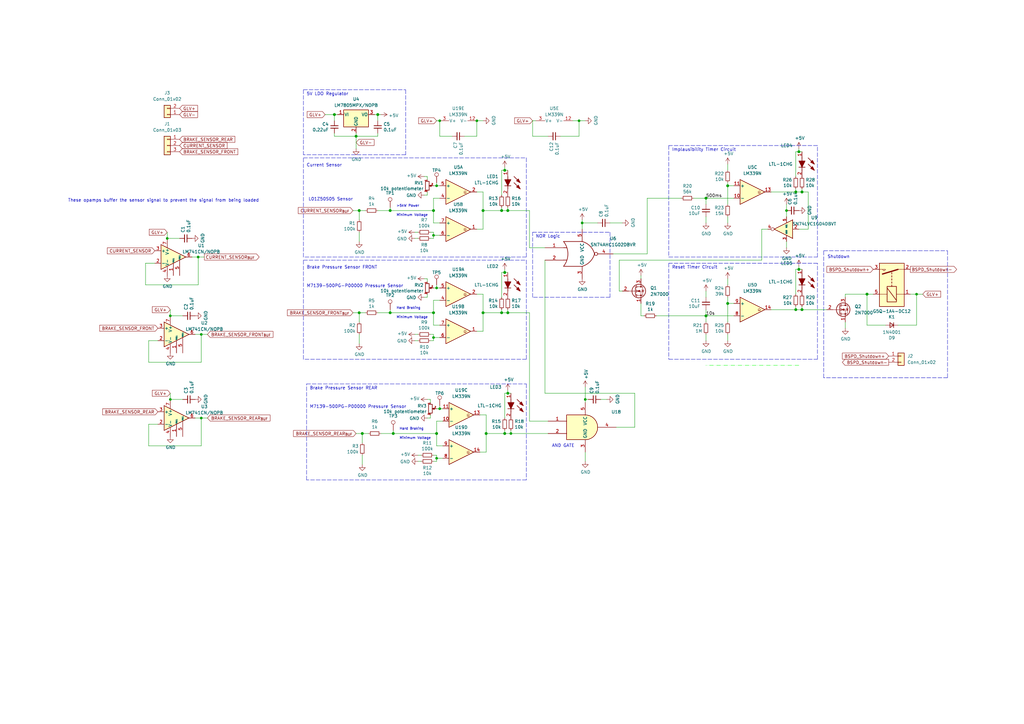
<source format=kicad_sch>
(kicad_sch (version 20231120) (generator "eeschema") (generator_version "8.0")
  (paper "A3")
  (title_block (title "Brake System Plausibility Device") (date "2024-10-21") (rev "v05.1") (company "UCD Formula Student") (comment 1 "Author: Nebojša Cvetković") (comment 2 "Updated by: Darren Garrett") (comment 3 "Ammended by: Kieran Mcilreavy"))
  (junction (at 137.16 46.99) (diameter 1.016))
  (junction (at 180.34 167.64))
  (junction (at 195.58 49.53))
  (junction (at 179.07 76.2))
  (junction (at 289.56 129.54) (diameter 1.016))
  (junction (at 179.07 118.11))
  (junction (at 208.28 128.27) (diameter 1.016))
  (junction (at 289.56 81.28) (diameter 1.016))
  (junction (at 199.39 177.8) (diameter 1.016))
  (junction (at 327.66 110.49) (diameter 1.016))
  (junction (at 322.58 86.36))
  (junction (at 180.34 49.53))
  (junction (at 147.32 86.36) (diameter 1.016))
  (junction (at 69.85 129.54))
  (junction (at 177.8 96.52))
  (junction (at 326.39 127) (diameter 1.016))
  (junction (at 69.85 163.83))
  (junction (at 208.28 86.36) (diameter 1.016))
  (junction (at 160.02 128.27) (diameter 1.016))
  (junction (at 148.59 177.8) (diameter 1.016))
  (junction (at 208.28 161.29) (diameter 1.016))
  (junction (at 326.39 78.74) (diameter 1.016))
  (junction (at 177.8 128.27) (diameter 1.016))
  (junction (at 205.74 86.36) (diameter 1.016))
  (junction (at 240.03 163.83))
  (junction (at 328.93 78.74) (diameter 1.016))
  (junction (at 154.94 46.99) (diameter 1.016))
  (junction (at 160.02 86.36) (diameter 1.016))
  (junction (at 207.01 177.8) (diameter 1.016))
  (junction (at 298.45 76.2) (diameter 1.016))
  (junction (at 82.55 137.16))
  (junction (at 198.12 86.36) (diameter 1.016))
  (junction (at 207.01 111.76) (diameter 1.016))
  (junction (at 82.55 171.45))
  (junction (at 179.07 187.96))
  (junction (at 177.8 138.43))
  (junction (at 238.76 91.44))
  (junction (at 179.07 177.8) (diameter 1.016))
  (junction (at 328.93 127) (diameter 1.016))
  (junction (at 198.12 128.27) (diameter 1.016))
  (junction (at 237.49 49.53))
  (junction (at 355.6 120.65) (diameter 1.016))
  (junction (at 146.05 55.88) (diameter 1.016))
  (junction (at 161.29 177.8) (diameter 1.016))
  (junction (at 205.74 128.27) (diameter 1.016))
  (junction (at 327.66 62.23) (diameter 1.016))
  (junction (at 177.8 86.36) (diameter 1.016))
  (junction (at 81.28 105.41))
  (junction (at 147.32 128.27) (diameter 1.016))
  (junction (at 298.45 124.46) (diameter 1.016))
  (junction (at 375.92 120.65))
  (junction (at 68.58 97.79))
  (junction (at 207.01 69.85) (diameter 1.016))
  (junction (at 209.55 177.8))
  (wire (pts (xy 346.71 132.08) (xy 346.71 134.62)))
  (wire (pts (xy 160.02 85.09) (xy 160.02 86.36)))
  (wire (pts (xy 326.39 62.23) (xy 326.39 72.39)))
  (wire (pts (xy 326.39 62.23) (xy 327.66 62.23)))
  (wire (pts (xy 327.66 62.23) (xy 328.93 62.23)))
  (wire (pts (xy 205.74 85.09) (xy 205.74 86.36)))
  (wire (pts (xy 289.56 129.54) (xy 300.99 129.54)))
  (wire (pts (xy 170.18 97.79) (xy 171.45 97.79)))
  (wire (pts (xy 179.07 177.8) (xy 179.07 182.88)))
  (wire (pts (xy 177.8 95.25) (xy 177.8 96.52)))
  (wire (pts (xy 238.76 91.44) (xy 245.11 91.44)))
  (polyline (pts (xy 215.9 64.77) (xy 215.9 105.41)) (stroke (width 0) (type dash)))
  (wire (pts (xy 195.58 78.74) (xy 198.12 78.74)))
  (wire (pts (xy 177.8 96.52) (xy 177.8 97.79)))
  (wire (pts (xy 358.14 120.65) (xy 355.6 120.65)))
  (wire (pts (xy 59.69 107.95) (xy 59.69 116.84)))
  (wire (pts (xy 207.01 177.8) (xy 209.55 177.8)))
  (wire (pts (xy 254 106.68) (xy 254 119.38)))
  (wire (pts (xy 262.89 124.46) (xy 262.89 129.54)))
  (wire (pts (xy 177.8 97.79) (xy 176.53 97.79)))
  (wire (pts (xy 153.67 46.99) (xy 154.94 46.99)))
  (wire (pts (xy 154.94 46.99) (xy 154.94 49.53)))
  (polyline (pts (xy 215.9 157.48) (xy 215.9 196.85)) (stroke (width 0) (type dash)))
  (wire (pts (xy 237.49 49.53) (xy 234.95 49.53)))
  (wire (pts (xy 82.55 182.88) (xy 82.55 171.45)))
  (polyline (pts (xy 337.82 154.94) (xy 337.82 102.87)) (stroke (width 0) (type dash)))
  (polyline (pts (xy 388.62 102.87) (xy 388.62 154.94)) (stroke (width 0) (type dash)))
  (wire (pts (xy 171.45 186.69) (xy 172.72 186.69)))
  (wire (pts (xy 265.43 81.28) (xy 279.4 81.28)))
  (polyline (pts (xy 274.32 59.69) (xy 274.32 105.41)) (stroke (width 0) (type dash)))
  (wire (pts (xy 326.39 77.47) (xy 326.39 78.74)))
  (wire (pts (xy 217.17 101.6) (xy 223.52 101.6)))
  (wire (pts (xy 208.28 128.27) (xy 217.17 128.27)))
  (wire (pts (xy 151.13 177.8) (xy 148.59 177.8)))
  (wire (pts (xy 82.55 148.59) (xy 82.55 137.16)))
  (wire (pts (xy 208.28 86.36) (xy 217.17 86.36)))
  (wire (pts (xy 217.17 86.36) (xy 217.17 101.6)))
  (wire (pts (xy 346.71 120.65) (xy 346.71 121.92)))
  (wire (pts (xy 148.59 177.8) (xy 146.05 177.8)))
  (wire (pts (xy 198.12 128.27) (xy 198.12 135.89)))
  (wire (pts (xy 198.12 86.36) (xy 205.74 86.36)))
  (polyline (pts (xy 124.46 36.83) (xy 124.46 63.5)) (stroke (width 0) (type dash)))
  (polyline (pts (xy 124.46 36.83) (xy 166.37 36.83)) (stroke (width 0) (type dash)))
  (polyline (pts (xy 166.37 36.83) (xy 166.37 63.5)) (stroke (width 0) (type dash)))
  (polyline (pts (xy 166.37 63.5) (xy 124.46 63.5)) (stroke (width 0) (type dash)))
  (polyline (pts (xy 215.9 147.32) (xy 124.46 147.32)) (stroke (width 0) (type dash)))
  (wire (pts (xy 223.52 106.68) (xy 223.52 161.29)))
  (wire (pts (xy 207.01 176.53) (xy 207.01 177.8)))
  (wire (pts (xy 207.01 68.58) (xy 207.01 69.85)))
  (wire (pts (xy 207.01 69.85) (xy 208.28 69.85)))
  (wire (pts (xy 59.69 116.84) (xy 81.28 116.84)))
  (wire (pts (xy 180.34 167.64) (xy 179.07 167.64)))
  (wire (pts (xy 64.77 173.99) (xy 60.96 173.99)))
  (wire (pts (xy 195.58 120.65) (xy 198.12 120.65)))
  (wire (pts (xy 147.32 137.16) (xy 147.32 140.97)))
  (wire (pts (xy 154.94 46.99) (xy 156.21 46.99)))
  (wire (pts (xy 133.35 46.99) (xy 137.16 46.99)))
  (wire (pts (xy 176.53 171.45) (xy 176.53 170.18)))
  (wire (pts (xy 160.02 127) (xy 160.02 128.27)))
  (wire (pts (xy 289.56 127) (xy 289.56 129.54)))
  (wire (pts (xy 195.58 49.53) (xy 198.12 49.53)))
  (wire (pts (xy 179.07 74.93) (xy 179.07 76.2)))
  (wire (pts (xy 207.01 110.49) (xy 207.01 111.76)))
  (wire (pts (xy 207.01 111.76) (xy 208.28 111.76)))
  (wire (pts (xy 373.38 120.65) (xy 375.92 120.65)))
  (wire (pts (xy 170.18 95.25) (xy 171.45 95.25)))
  (wire (pts (xy 177.8 186.69) (xy 179.07 186.69)))
  (wire (pts (xy 190.5 55.88) (xy 195.58 55.88)))
  (wire (pts (xy 326.39 125.73) (xy 326.39 127)))
  (wire (pts (xy 198.12 78.74) (xy 198.12 86.36)))
  (wire (pts (xy 240.03 163.83) (xy 240.03 158.75)))
  (wire (pts (xy 177.8 139.7) (xy 176.53 139.7)))
  (wire (pts (xy 177.8 81.28) (xy 177.8 86.36)))
  (wire (pts (xy 289.56 137.16) (xy 289.56 139.7)))
  (polyline (pts (xy 215.9 106.68) (xy 215.9 147.32)) (stroke (width 0) (type dash)))
  (wire (pts (xy 173.99 121.92) (xy 175.26 121.92)))
  (wire (pts (xy 208.28 161.29) (xy 207.01 161.29)))
  (wire (pts (xy 177.8 137.16) (xy 177.8 138.43)))
  (wire (pts (xy 179.07 76.2) (xy 180.34 76.2)))
  (wire (pts (xy 322.58 86.36) (xy 322.58 88.9)))
  (polyline (pts (xy 215.9 196.85) (xy 125.73 196.85)) (stroke (width 0) (type dash)))
  (wire (pts (xy 177.8 123.19) (xy 180.34 123.19)))
  (wire (pts (xy 209.55 177.8) (xy 209.55 176.53)))
  (wire (pts (xy 289.56 129.54) (xy 289.56 132.08)))
  (wire (pts (xy 149.86 128.27) (xy 147.32 128.27)))
  (wire (pts (xy 331.47 78.74) (xy 331.47 93.98)))
  (wire (pts (xy 175.26 163.83) (xy 176.53 163.83)))
  (wire (pts (xy 237.49 55.88) (xy 237.49 49.53)))
  (wire (pts (xy 198.12 120.65) (xy 198.12 128.27)))
  (wire (pts (xy 146.05 55.88) (xy 146.05 60.96)))
  (wire (pts (xy 205.74 128.27) (xy 208.28 128.27)))
  (wire (pts (xy 208.28 128.27) (xy 208.28 127)))
  (wire (pts (xy 298.45 121.92) (xy 298.45 124.46)))
  (wire (pts (xy 160.02 128.27) (xy 177.8 128.27)))
  (wire (pts (xy 69.85 161.29) (xy 69.85 163.83)))
  (wire (pts (xy 68.58 95.25) (xy 68.58 97.79)))
  (wire (pts (xy 260.35 161.29) (xy 260.35 175.26)))
  (wire (pts (xy 60.96 139.7) (xy 60.96 148.59)))
  (wire (pts (xy 209.55 177.8) (xy 224.79 177.8)))
  (polyline (pts (xy 335.28 107.95) (xy 274.32 107.95)) (stroke (width 0) (type dash)))
  (wire (pts (xy 82.55 137.16) (xy 85.09 137.16)))
  (wire (pts (xy 246.38 163.83) (xy 248.92 163.83)))
  (wire (pts (xy 298.45 137.16) (xy 298.45 139.7)))
  (wire (pts (xy 284.48 81.28) (xy 289.56 81.28)))
  (wire (pts (xy 355.6 133.35) (xy 363.22 133.35)))
  (wire (pts (xy 254 106.68) (xy 312.42 106.68)))
  (polyline (pts (xy 124.46 105.41) (xy 124.46 64.77)) (stroke (width 0) (type dash)))
  (wire (pts (xy 316.23 127) (xy 326.39 127)))
  (wire (pts (xy 328.93 127) (xy 328.93 125.73)))
  (polyline (pts (xy 274.32 107.95) (xy 274.32 147.32)) (stroke (width 0) (type dash)))
  (wire (pts (xy 195.58 135.89) (xy 198.12 135.89)))
  (wire (pts (xy 81.28 116.84) (xy 81.28 105.41)))
  (wire (pts (xy 196.85 170.18) (xy 199.39 170.18)))
  (wire (pts (xy 170.18 137.16) (xy 171.45 137.16)))
  (wire (pts (xy 199.39 177.8) (xy 199.39 185.42)))
  (wire (pts (xy 205.74 127) (xy 205.74 128.27)))
  (wire (pts (xy 298.45 74.93) (xy 298.45 76.2)))
  (wire (pts (xy 179.07 76.2) (xy 177.8 76.2)))
  (wire (pts (xy 170.18 139.7) (xy 171.45 139.7)))
  (wire (pts (xy 289.56 119.38) (xy 289.56 121.92)))
  (wire (pts (xy 326.39 110.49) (xy 326.39 120.65)))
  (wire (pts (xy 326.39 110.49) (xy 327.66 110.49)))
  (wire (pts (xy 327.66 110.49) (xy 328.93 110.49)))
  (wire (pts (xy 177.8 81.28) (xy 180.34 81.28)))
  (wire (pts (xy 179.07 172.72) (xy 181.61 172.72)))
  (polyline (pts (xy 215.9 105.41) (xy 124.46 105.41)) (stroke (width 0) (type dash)))
  (wire (pts (xy 196.85 185.42) (xy 199.39 185.42)))
  (wire (pts (xy 60.96 182.88) (xy 82.55 182.88)))
  (wire (pts (xy 173.99 72.39) (xy 175.26 72.39)))
  (wire (pts (xy 69.85 163.83) (xy 74.93 163.83)))
  (wire (pts (xy 177.8 91.44) (xy 180.34 91.44)))
  (wire (pts (xy 240.03 165.1) (xy 240.03 163.83)))
  (wire (pts (xy 60.96 148.59) (xy 82.55 148.59)))
  (wire (pts (xy 327.66 60.96) (xy 327.66 62.23)))
  (wire (pts (xy 177.8 133.35) (xy 180.34 133.35)))
  (polyline (pts (xy 125.73 196.85) (xy 125.73 157.48)) (stroke (width 0) (type dash)))
  (wire (pts (xy 208.28 161.29) (xy 209.55 161.29)))
  (wire (pts (xy 355.6 120.65) (xy 355.6 133.35)))
  (wire (pts (xy 175.26 80.01) (xy 175.26 78.74)))
  (wire (pts (xy 69.85 129.54) (xy 74.93 129.54)))
  (wire (pts (xy 81.28 105.41) (xy 83.82 105.41)))
  (wire (pts (xy 289.56 88.9) (xy 289.56 91.44)))
  (polyline (pts (xy 335.28 147.32) (xy 335.28 107.95)) (stroke (width 0) (type dash)))
  (wire (pts (xy 207.01 161.29) (xy 207.01 171.45)))
  (wire (pts (xy 241.3 163.83) (xy 240.03 163.83)))
  (wire (pts (xy 316.23 78.74) (xy 326.39 78.74)))
  (wire (pts (xy 326.39 78.74) (xy 328.93 78.74)))
  (wire (pts (xy 148.59 186.69) (xy 148.59 190.5)))
  (wire (pts (xy 176.53 95.25) (xy 177.8 95.25)))
  (wire (pts (xy 176.53 137.16) (xy 177.8 137.16)))
  (wire (pts (xy 179.07 186.69) (xy 179.07 187.96)))
  (wire (pts (xy 250.19 91.44) (xy 255.27 91.44)))
  (wire (pts (xy 177.8 138.43) (xy 177.8 139.7)))
  (wire (pts (xy 254 119.38) (xy 255.27 119.38)))
  (wire (pts (xy 217.17 172.72) (xy 224.79 172.72)))
  (wire (pts (xy 161.29 176.53) (xy 161.29 177.8)))
  (wire (pts (xy 198.12 86.36) (xy 198.12 93.98)))
  (wire (pts (xy 251.46 104.14) (xy 265.43 104.14)))
  (wire (pts (xy 160.02 86.36) (xy 177.8 86.36)))
  (wire (pts (xy 154.94 128.27) (xy 160.02 128.27)))
  (wire (pts (xy 147.32 86.36) (xy 147.32 90.17)))
  (wire (pts (xy 346.71 120.65) (xy 355.6 120.65)))
  (wire (pts (xy 173.99 114.3) (xy 175.26 114.3)))
  (wire (pts (xy 312.42 93.98) (xy 312.42 106.68)))
  (wire (pts (xy 262.89 129.54) (xy 264.16 129.54)))
  (wire (pts (xy 179.07 187.96) (xy 179.07 189.23)))
  (polyline (pts (xy 335.28 59.69) (xy 274.32 59.69)) (stroke (width 0) (type dash)))
  (wire (pts (xy 322.58 99.06) (xy 322.58 101.6)))
  (wire (pts (xy 179.07 172.72) (xy 179.07 177.8)))
  (polyline (pts (xy 124.46 147.32) (xy 124.46 106.68)) (stroke (width 0) (type dash)))
  (polyline (pts (xy 388.62 154.94) (xy 337.82 154.94)) (stroke (width 0) (type dash)))
  (wire (pts (xy 154.94 86.36) (xy 160.02 86.36)))
  (wire (pts (xy 198.12 128.27) (xy 205.74 128.27)))
  (wire (pts (xy 195.58 93.98) (xy 198.12 93.98)))
  (wire (pts (xy 298.45 76.2) (xy 298.45 83.82)))
  (wire (pts (xy 269.24 129.54) (xy 289.56 129.54)))
  (wire (pts (xy 147.32 128.27) (xy 144.78 128.27)))
  (wire (pts (xy 229.87 55.88) (xy 237.49 55.88)))
  (wire (pts (xy 262.89 113.03) (xy 262.89 114.3)))
  (wire (pts (xy 322.58 83.82) (xy 322.58 86.36)))
  (wire (pts (xy 177.8 138.43) (xy 180.34 138.43)))
  (wire (pts (xy 147.32 86.36) (xy 144.78 86.36)))
  (wire (pts (xy 147.32 95.25) (xy 147.32 99.06)))
  (wire (pts (xy 327.66 109.22) (xy 327.66 110.49)))
  (wire (pts (xy 326.39 127) (xy 328.93 127)))
  (wire (pts (xy 375.92 133.35) (xy 375.92 120.65)))
  (wire (pts (xy 175.26 114.3) (xy 175.26 115.57)))
  (wire (pts (xy 328.93 78.74) (xy 328.93 77.47)))
  (wire (pts (xy 218.44 49.53) (xy 219.71 49.53)))
  (wire (pts (xy 171.45 189.23) (xy 172.72 189.23)))
  (wire (pts (xy 147.32 128.27) (xy 147.32 132.08)))
  (polyline (pts (xy 327.66 149.86) (xy 289.56 149.86)) (stroke (width 0.152) (type dash_dot) (color 0 255 0 1)))
  (wire (pts (xy 60.96 173.99) (xy 60.96 182.88)))
  (wire (pts (xy 161.29 177.8) (xy 179.07 177.8)))
  (wire (pts (xy 205.74 69.85) (xy 205.74 80.01)))
  (wire (pts (xy 207.01 69.85) (xy 205.74 69.85)))
  (wire (pts (xy 177.8 86.36) (xy 177.8 91.44)))
  (wire (pts (xy 331.47 93.98) (xy 327.66 93.98)))
  (wire (pts (xy 298.45 124.46) (xy 298.45 132.08)))
  (polyline (pts (xy 337.82 102.87) (xy 388.62 102.87)) (stroke (width 0) (type dash)))
  (wire (pts (xy 149.86 86.36) (xy 147.32 86.36)))
  (wire (pts (xy 68.58 97.79) (xy 73.66 97.79)))
  (wire (pts (xy 205.74 111.76) (xy 205.74 121.92)))
  (wire (pts (xy 207.01 111.76) (xy 205.74 111.76)))
  (wire (pts (xy 331.47 78.74) (xy 328.93 78.74)))
  (wire (pts (xy 173.99 80.01) (xy 175.26 80.01)))
  (polyline (pts (xy 218.44 95.25) (xy 250.19 95.25)) (stroke (width 0) (type dash)))
  (polyline (pts (xy 218.44 121.92) (xy 218.44 95.25)) (stroke (width 0) (type dash)))
  (polyline (pts (xy 250.19 95.25) (xy 250.19 121.92)) (stroke (width 0) (type dash)))
  (polyline (pts (xy 250.19 121.92) (xy 218.44 121.92)) (stroke (width 0) (type dash)))
  (wire (pts (xy 176.53 163.83) (xy 176.53 165.1)))
  (wire (pts (xy 260.35 175.26) (xy 252.73 175.26)))
  (wire (pts (xy 237.49 49.53) (xy 240.03 49.53)))
  (wire (pts (xy 314.96 93.98) (xy 312.42 93.98)))
  (polyline (pts (xy 335.28 105.41) (xy 335.28 59.69)) (stroke (width 0) (type dash)))
  (wire (pts (xy 185.42 55.88) (xy 180.34 55.88)))
  (wire (pts (xy 180.34 55.88) (xy 180.34 49.53)))
  (wire (pts (xy 179.07 187.96) (xy 181.61 187.96)))
  (wire (pts (xy 63.5 107.95) (xy 59.69 107.95)))
  (wire (pts (xy 208.28 160.02) (xy 208.28 161.29)))
  (wire (pts (xy 175.26 121.92) (xy 175.26 120.65)))
  (wire (pts (xy 177.8 128.27) (xy 177.8 133.35)))
  (wire (pts (xy 238.76 90.17) (xy 238.76 91.44)))
  (wire (pts (xy 179.07 116.84) (xy 179.07 118.11)))
  (wire (pts (xy 64.77 139.7) (xy 60.96 139.7)))
  (polyline (pts (xy 274.32 105.41) (xy 335.28 105.41)) (stroke (width 0) (type dash)))
  (wire (pts (xy 238.76 91.44) (xy 238.76 93.98)))
  (wire (pts (xy 298.45 114.3) (xy 298.45 116.84)))
  (wire (pts (xy 298.45 88.9) (xy 298.45 91.44)))
  (wire (pts (xy 180.34 167.64) (xy 181.61 167.64)))
  (wire (pts (xy 298.45 124.46) (xy 300.99 124.46)))
  (wire (pts (xy 80.01 137.16) (xy 82.55 137.16)))
  (wire (pts (xy 328.93 127) (xy 339.09 127)))
  (wire (pts (xy 177.8 123.19) (xy 177.8 128.27)))
  (wire (pts (xy 298.45 76.2) (xy 300.99 76.2)))
  (polyline (pts (xy 125.73 157.48) (xy 215.9 157.48)) (stroke (width 0) (type dash)))
  (wire (pts (xy 80.01 171.45) (xy 82.55 171.45)))
  (wire (pts (xy 180.34 166.37) (xy 180.34 167.64)))
  (wire (pts (xy 179.07 118.11) (xy 180.34 118.11)))
  (wire (pts (xy 177.8 96.52) (xy 180.34 96.52)))
  (wire (pts (xy 179.07 118.11) (xy 177.8 118.11)))
  (wire (pts (xy 289.56 81.28) (xy 289.56 83.82)))
  (polyline (pts (xy 124.46 64.77) (xy 215.9 64.77)) (stroke (width 0) (type dash)))
  (wire (pts (xy 195.58 55.88) (xy 195.58 49.53)))
  (wire (pts (xy 78.74 105.41) (xy 81.28 105.41)))
  (wire (pts (xy 375.92 120.65) (xy 378.46 120.65)))
  (wire (pts (xy 289.56 81.28) (xy 300.99 81.28)))
  (wire (pts (xy 137.16 54.61) (xy 137.16 55.88)))
  (wire (pts (xy 137.16 55.88) (xy 146.05 55.88)))
  (wire (pts (xy 146.05 55.88) (xy 154.94 55.88)))
  (wire (pts (xy 154.94 55.88) (xy 154.94 54.61)))
  (wire (pts (xy 368.3 133.35) (xy 375.92 133.35)))
  (wire (pts (xy 179.07 182.88) (xy 181.61 182.88)))
  (wire (pts (xy 175.26 72.39) (xy 175.26 73.66)))
  (wire (pts (xy 179.07 49.53) (xy 180.34 49.53)))
  (wire (pts (xy 82.55 171.45) (xy 85.09 171.45)))
  (wire (pts (xy 205.74 86.36) (xy 208.28 86.36)))
  (wire (pts (xy 208.28 86.36) (xy 208.28 85.09)))
  (wire (pts (xy 223.52 161.29) (xy 260.35 161.29)))
  (wire (pts (xy 218.44 55.88) (xy 218.44 49.53)))
  (wire (pts (xy 69.85 127) (xy 69.85 129.54)))
  (wire (pts (xy 146.05 54.61) (xy 146.05 55.88)))
  (wire (pts (xy 199.39 177.8) (xy 207.01 177.8)))
  (wire (pts (xy 179.07 189.23) (xy 177.8 189.23)))
  (wire (pts (xy 175.26 171.45) (xy 176.53 171.45)))
  (wire (pts (xy 199.39 170.18) (xy 199.39 177.8)))
  (wire (pts (xy 298.45 67.31) (xy 298.45 69.85)))
  (polyline (pts (xy 124.46 106.68) (xy 215.9 106.68)) (stroke (width 0) (type dash)))
  (wire (pts (xy 265.43 104.14) (xy 265.43 81.28)))
  (polyline (pts (xy 274.32 147.32) (xy 335.28 147.32)) (stroke (width 0) (type dash)))
  (wire (pts (xy 217.17 128.27) (xy 217.17 172.72)))
  (wire (pts (xy 156.21 177.8) (xy 161.29 177.8)))
  (wire (pts (xy 137.16 46.99) (xy 138.43 46.99)))
  (wire (pts (xy 137.16 49.53) (xy 137.16 46.99)))
  (wire (pts (xy 240.03 185.42) (xy 240.03 189.23)))
  (wire (pts (xy 224.79 55.88) (xy 218.44 55.88)))
  (wire (pts (xy 148.59 177.8) (xy 148.59 181.61)))
  (text "NOR Logic" (at 219.71 97.79 0) (effects (font (size 1.27 1.27)) (justify left bottom)))
  (text ">5kW Power" (at 162.56 85.09 0) (effects (font (size 0.9906 0.9906)) (justify left bottom)))
  (text "Hard Braking" (at 163.83 176.53 0) (effects (font (size 0.9906 0.9906)) (justify left bottom)))
  (text "M7139-500PG-P00000 Pressure Sensor" (at 127 167.64 0) (effects (font (size 1.27 1.27)) (justify left bottom)))
  (text "Minimum Voltage" (at 162.56 130.81 0) (effects (font (size 0.9906 0.9906)) (justify left bottom)))
  (text "AND GATE\n" (at 226.314 183.642 0) (effects (font (size 1.27 1.27)) (justify left bottom)))
  (text "Implausibility Timer Circuit" (at 275.59 62.23 0) (effects (font (size 1.27 1.27)) (justify left bottom)))
  (text "L01Z50S05 Sensor" (at 144.78 82.55 0) (effects (font (size 1.27 1.27)) (justify right bottom)))
  (text "Current Sensor" (at 125.73 68.58 0) (effects (font (size 1.27 1.27)) (justify left bottom)))
  (text "Shutdown" (at 339.344 106.172 0) (effects (font (size 1.27 1.27)) (justify left bottom)))
  (text "Hard Braking" (at 162.56 127 0) (effects (font (size 0.9906 0.9906)) (justify left bottom)))
  (text "Minimum Voltage" (at 162.56 88.9 0) (effects (font (size 0.9906 0.9906)) (justify left bottom)))
  (text "Brake Pressure Sensor FRONT" (at 125.73 110.49 0) (effects (font (size 1.27 1.27)) (justify left bottom)))
  (text "Brake Pressure Sensor REAR" (at 127 160.02 0) (effects (font (size 1.27 1.27)) (justify left bottom)))
  (text "These opamps buffer the sensor signal to prevent the signal from being loaded" (at 67.056 82.296 0) (effects (font (size 1.27 1.27))))
  (text "M7139-500PG-P00000 Pressure Sensor" (at 125.73 118.11 0) (effects (font (size 1.27 1.27)) (justify left bottom)))
  (text "5V LDO Regulator" (at 125.73 39.37 0) (effects (font (size 1.27 1.27)) (justify left bottom)))
  (text "Reset Timer Circuit" (at 275.59 110.49 0) (effects (font (size 1.27 1.27)) (justify left bottom)))
  (text "Minimum Voltage" (at 163.83 180.34 0) (effects (font (size 0.9906 0.9906)) (justify left bottom)))
  (label "10s" (at 289.56 129.54 0))
  (label "500ms" (at 289.56 81.28 0))
  (global_label "CURRENT_SENSOR_{BUF}" (shape output) (at 83.82 105.41 0) (property "Intersheetrefs" "${INTERSHEET_REFS}" (effects (hide yes))))
  (global_label "BSPD_Shutdown-" (shape output) (at 364.49 148.59 180) (property "Intersheetrefs" "${INTERSHEET_REFS}" (effects (hide yes))))
  (global_label "BRAKE_SENSOR_REAR" (shape input) (at 64.77 168.91 180) (property "Intersheetrefs" "${INTERSHEET_REFS}" (effects (hide yes))))
  (global_label "GLV+" (shape input) (at 73.66 44.45 0) (property "Intersheetrefs" "${INTERSHEET_REFS}" (effects (hide yes))))
  (global_label "BRAKE_SENSOR_REAR_{BUF}" (shape input) (at 146.05 177.8 180) (property "Intersheetrefs" "${INTERSHEET_REFS}" (effects (hide yes))))
  (global_label "BSPD_Shutdown-" (shape output) (at 373.38 110.49 0) (property "Intersheetrefs" "${INTERSHEET_REFS}" (effects (hide yes))))
  (global_label "BRAKE_SENSOR_FRONT" (shape input) (at 73.66 62.23 0) (property "Intersheetrefs" "${INTERSHEET_REFS}" (effects (hide yes))))
  (global_label "GLV-" (shape input) (at 146.05 58.42 0) (property "Intersheetrefs" "${INTERSHEET_REFS}" (effects (hide yes))))
  (global_label "GLV+" (shape input) (at 218.44 49.53 180) (property "Intersheetrefs" "${INTERSHEET_REFS}" (effects (hide yes))))
  (global_label "BRAKE_SENSOR_FRONT_{BUF}" (shape input) (at 144.78 128.27 180) (property "Intersheetrefs" "${INTERSHEET_REFS}" (effects (hide yes))))
  (global_label "BRAKE_SENSOR_REAR" (shape input) (at 73.66 57.15 0) (property "Intersheetrefs" "${INTERSHEET_REFS}" (effects (hide yes))))
  (global_label "BRAKE_SENSOR_FRONT_{BUF}" (shape input) (at 85.09 137.16 0) (property "Intersheetrefs" "${INTERSHEET_REFS}" (effects (hide yes))))
  (global_label "CURRENT_SENSOR" (shape input) (at 63.5 102.87 180) (property "Intersheetrefs" "${INTERSHEET_REFS}" (effects (hide yes))))
  (global_label "CURRENT_SENSOR" (shape input) (at 73.66 59.69 0) (property "Intersheetrefs" "${INTERSHEET_REFS}" (effects (hide yes))))
  (global_label "GLV+" (shape input) (at 69.85 161.29 180) (property "Intersheetrefs" "${INTERSHEET_REFS}" (effects (hide yes))))
  (global_label "GLV+" (shape input) (at 378.46 120.65 0) (property "Intersheetrefs" "${INTERSHEET_REFS}" (effects (hide yes))))
  (global_label "CURRENT_SENSOR_{BUF}" (shape input) (at 144.78 86.36 180) (property "Intersheetrefs" "${INTERSHEET_REFS}" (effects (hide yes))))
  (global_label "GLV+" (shape input) (at 179.07 49.53 180) (property "Intersheetrefs" "${INTERSHEET_REFS}" (effects (hide yes))))
  (global_label "GLV+" (shape input) (at 133.35 46.99 180) (property "Intersheetrefs" "${INTERSHEET_REFS}" (effects (hide yes))))
  (global_label "GLV+" (shape input) (at 68.58 95.25 180) (property "Intersheetrefs" "${INTERSHEET_REFS}" (effects (hide yes))))
  (global_label "BRAKE_SENSOR_FRONT" (shape input) (at 64.77 134.62 180) (property "Intersheetrefs" "${INTERSHEET_REFS}" (effects (hide yes))))
  (global_label "BRAKE_SENSOR_REAR_{BUF}" (shape input) (at 85.09 171.45 0) (property "Intersheetrefs" "${INTERSHEET_REFS}" (effects (hide yes))))
  (global_label "BSPD_Shutdown+" (shape input) (at 364.49 146.05 180) (property "Intersheetrefs" "${INTERSHEET_REFS}" (effects (hide yes))))
  (global_label "GLV+" (shape input) (at 69.85 127 180) (property "Intersheetrefs" "${INTERSHEET_REFS}" (effects (hide yes))))
  (global_label "BSPD_Shutdown+" (shape input) (at 358.14 110.49 180) (property "Intersheetrefs" "${INTERSHEET_REFS}" (effects (hide yes))))
  (global_label "GLV-" (shape input) (at 73.66 46.99 0) (property "Intersheetrefs" "${INTERSHEET_REFS}" (effects (hide yes))))
  (symbol (lib_id "power:GND") (at 298.45 91.44 0) (unit 1)
    (property "Reference" "#PWR0138" (effects (hide yes)))
    (property "Value" "GND" (at 298.577 95.8342 0))
  )
  (symbol (lib_id "power:GND") (at 238.76 114.3 0) (unit 1)
    (property "Reference" "#PWR0116" (effects (hide yes)))
    (property "Value" "GND" (at 238.887 118.6942 0))
  )
  (symbol (lib_id "Device:R_Small") (at 208.28 124.46 0) (unit 1)
    (property "Reference" "R17" (at 209.7786 123.2916 0) (effects (justify left)))
    (property "Value" "10k" (at 209.779 125.603 0) (effects (justify left)))
    (property "Footprint" "Resistor_THT:R_Axial_DIN0207_L6.3mm_D2.5mm_P10.16mm_Horizontal" (effects (hide yes)))
    (property "Datasheet" "https://www.farnell.com/datasheets/3436052.pdf?_gl=1*j4k0i6*_gcl_au*OTY1ODIxNDc3LjE3MzU0MDg2OTk" (effects (hide yes)))
    (property "Part Number" "MCF 0.25W 10K" (effects (hide yes)))
  )
  (symbol (lib_id "Device:R_Small") (at 208.28 82.55 180) (unit 1)
    (property "Reference" "R16" (at 209.7786 81.3816 0) (effects (justify right)))
    (property "Value" "10k" (at 209.779 83.693 0) (effects (justify right)))
    (property "Footprint" "Resistor_THT:R_Axial_DIN0207_L6.3mm_D2.5mm_P10.16mm_Horizontal" (effects (hide yes)))
    (property "Datasheet" "https://www.farnell.com/datasheets/3436052.pdf?_gl=1*j4k0i6*_gcl_au*OTY1ODIxNDc3LjE3MzU0MDg2OTk" (effects (hide yes)))
    (property "Part Number" "MCF 0.25W 10K" (effects (hide yes)))
  )
  (symbol (lib_id "power:GND") (at 289.56 91.44 0) (unit 1)
    (property "Reference" "#PWR0139" (effects (hide yes)))
    (property "Value" "GND" (at 289.687 95.8342 0))
  )
  (symbol (lib_id "Device:R_Small") (at 298.45 72.39 0) (mirror x) (unit 1)
    (property "Reference" "R22" (at 296.9514 71.2216 0) (effects (justify right)))
    (property "Value" "10k" (at 296.951 73.533 0) (effects (justify right)))
    (property "Footprint" "Resistor_THT:R_Axial_DIN0207_L6.3mm_D2.5mm_P10.16mm_Horizontal" (effects (hide yes)))
    (property "Datasheet" "https://www.farnell.com/datasheets/3436052.pdf?_gl=1*j4k0i6*_gcl_au*OTY1ODIxNDc3LjE3MzU0MDg2OTk" (effects (hide yes)))
    (property "Part Number" "MCF 0.25W 10K" (effects (hide yes)))
  )
  (symbol (lib_id "Device:R_Small") (at 298.45 86.36 0) (mirror x) (unit 1)
    (property "Reference" "R23" (at 296.9514 85.1916 0) (effects (justify right)))
    (property "Value" "15k" (at 296.951 87.503 0) (effects (justify right)))
    (property "Footprint" "Resistor_THT:R_Axial_DIN0207_L6.3mm_D2.5mm_P10.16mm_Horizontal" (effects (hide yes)))
    (property "Datasheet" "https://www.farnell.com/datasheets/3436052.pdf?_gl=1*2i638p*_gcl_au*OTY1ODIxNDc3LjE3MzU0MDg2OTk" (effects (hide yes)))
    (property "Part Number" "MCF 0.25W 15K" (effects (hide yes)))
  )
  (symbol (lib_id "Device:C_Small") (at 289.56 86.36 0) (mirror x) (unit 1)
    (property "Reference" "C10" (at 287.2486 85.1916 0) (effects (justify right)))
    (property "Value" "10uF" (at 287.2486 87.503 0) (effects (justify right)))
    (property "Footprint" "Capacitor_THT:CP_Radial_D5.0mm_P2.50mm" (effects (hide yes)))
    (property "Datasheet" "https://industrial.panasonic.com/cdbs/www-data/pdf/RDF0000/ABA0000C1050.pdf" (effects (hide yes)))
    (property "Part Number" "ECE-A1EKA100I" (effects (hide yes)))
  )
  (symbol (lib_id "Device:R_Small") (at 281.94 81.28 90) (mirror x) (unit 1)
    (property "Reference" "R20" (at 281.94 76.3016 90))
    (property "Value" "56k" (at 281.94 78.613 90))
    (property "Footprint" "Resistor_THT:R_Axial_DIN0207_L6.3mm_D2.5mm_P10.16mm_Horizontal" (effects (hide yes)))
    (property "Datasheet" "https://www.farnell.com/datasheets/3436052.pdf?_gl=1*6igt67*_gcl_au*OTY1ODIxNDc3LjE3MzU0MDg2OTk." (effects (hide yes)))
    (property "Part Number" "MCF 0.25W 56K" (effects (hide yes)))
  )
  (symbol (lib_id "Device:R_Small") (at 328.93 74.93 0) (unit 1)
    (property "Reference" "R28" (at 330.4286 73.7616 0) (effects (justify left)))
    (property "Value" "10k" (at 330.429 76.073 0) (effects (justify left)))
    (property "Footprint" "Resistor_THT:R_Axial_DIN0207_L6.3mm_D2.5mm_P10.16mm_Horizontal" (effects (hide yes)))
    (property "Datasheet" "https://www.farnell.com/datasheets/3436052.pdf?_gl=1*j4k0i6*_gcl_au*OTY1ODIxNDc3LjE3MzU0MDg2OTk" (effects (hide yes)))
    (property "Part Number" "MCF 0.25W 10K" (effects (hide yes)))
  )
  (symbol (lib_id "power:GND") (at 289.56 139.7 0) (unit 1)
    (property "Reference" "#PWR0132" (effects (hide yes)))
    (property "Value" "GND" (at 289.687 144.0942 0))
  )
  (symbol (lib_id "Device:C_Small") (at 289.56 124.46 0) (mirror x) (unit 1)
    (property "Reference" "C11" (at 287.2486 123.2916 0) (effects (justify right)))
    (property "Value" "10uF" (at 287.2486 125.603 0) (effects (justify right)))
    (property "Footprint" "Capacitor_THT:CP_Radial_D5.0mm_P2.50mm" (effects (hide yes)))
    (property "Datasheet" "https://industrial.panasonic.com/cdbs/www-data/pdf/RDF0000/ABA0000C1050.pdf" (effects (hide yes)))
    (property "Part Number" "ECE-A1EKA100I" (effects (hide yes)))
  )
  (symbol (lib_id "Device:R_Small") (at 298.45 134.62 0) (mirror x) (unit 1)
    (property "Reference" "R25" (at 296.9514 133.4516 0) (effects (justify right)))
    (property "Value" "10k" (at 296.951 135.763 0) (effects (justify right)))
    (property "Footprint" "Resistor_THT:R_Axial_DIN0207_L6.3mm_D2.5mm_P10.16mm_Horizontal" (effects (hide yes)))
    (property "Datasheet" "https://www.farnell.com/datasheets/3436052.pdf?_gl=1*j4k0i6*_gcl_au*OTY1ODIxNDc3LjE3MzU0MDg2OTk" (effects (hide yes)))
    (property "Part Number" "MCF 0.25W 10K" (effects (hide yes)))
  )
  (symbol (lib_id "Device:R_Small") (at 298.45 119.38 0) (mirror x) (unit 1)
    (property "Reference" "R24" (at 296.9514 118.2116 0) (effects (justify right)))
    (property "Value" "39k" (at 296.951 120.523 0) (effects (justify right)))
    (property "Footprint" "Resistor_THT:R_Axial_DIN0207_L6.3mm_D2.5mm_P10.16mm_Horizontal" (effects (hide yes)))
    (property "Datasheet" "http://www.farnell.com/datasheets/3436052.pdf?_gl=1*shqhxd*_gcl_au*MzQwNzkxNTUuMTczODE3NzUyNw" (effects (hide yes)))
    (property "Part Number" "MCF 0.25W 39K" (effects (hide yes)))
  )
  (symbol (lib_id "power:GND") (at 298.45 139.7 0) (unit 1)
    (property "Reference" "#PWR0131" (effects (hide yes)))
    (property "Value" "GND" (at 298.577 144.0942 0))
  )
  (symbol (lib_id "Device:R_POT_Small") (at 175.26 76.2 0) (unit 1)
    (property "Reference" "RV1" (at 173.736 75.0316 0) (effects (justify right)))
    (property "Value" "10k potentiometer" (at 173.736 77.343 0) (effects (justify right)))
    (property "Footprint" "Potentiometer_THT:Potentiometer_Bourns_3296W_Vertical" (effects (hide yes)))
    (property "Datasheet" "https://www.mouser.ie/datasheet/2/54/3296-776415.pdf" (effects (hide yes)))
    (property "Part Number" "3296W-1-103LF" (effects (hide yes)))
  )
  (symbol (lib_id "power:GND") (at 173.99 80.01 270) (unit 1)
    (property "Reference" "#PWR0101" (effects (hide yes)))
    (property "Value" "GND" (at 170.7388 80.137 90) (effects (justify right)))
  )
  (symbol (lib_id "Device:R_Small") (at 173.99 95.25 270) (unit 1)
    (property "Reference" "R7" (at 173.99 90.2716 90))
    (property "Value" "100k" (at 173.99 92.583 90))
    (property "Footprint" "Resistor_THT:R_Axial_DIN0207_L6.3mm_D2.5mm_P10.16mm_Horizontal" (effects (hide yes)))
    (property "Datasheet" "https://www.farnell.com/datasheets/3436052.pdf?_gl=1*10s1yq3*_gcl_au*OTY1ODIxNDc3LjE3MzU0MDg2OTk." (effects (hide yes)))
    (property "Part Number" "MCF 0.25W 100K" (effects (hide yes)))
  )
  (symbol (lib_id "Device:R_Small") (at 173.99 97.79 90) (unit 1)
    (property "Reference" "R8" (at 173.99 100.4316 90))
    (property "Value" "10k" (at 173.99 102.743 90))
    (property "Footprint" "Resistor_THT:R_Axial_DIN0207_L6.3mm_D2.5mm_P10.16mm_Horizontal" (effects (hide yes)))
    (property "Datasheet" "https://www.farnell.com/datasheets/3436052.pdf?_gl=1*j4k0i6*_gcl_au*OTY1ODIxNDc3LjE3MzU0MDg2OTk" (effects (hide yes)))
    (property "Part Number" "MCF 0.25W 10K" (effects (hide yes)))
  )
  (symbol (lib_id "power:GND") (at 170.18 97.79 270) (unit 1)
    (property "Reference" "#PWR0147" (effects (hide yes)))
    (property "Value" "GND" (at 166.9288 97.917 90) (effects (justify right)))
  )
  (symbol (lib_id "Device:R_Small") (at 152.4 86.36 270) (unit 1)
    (property "Reference" "R4" (at 152.4 81.3816 90))
    (property "Value" "1k" (at 152.4 83.693 90))
    (property "Footprint" "Resistor_THT:R_Axial_DIN0207_L6.3mm_D2.5mm_P10.16mm_Horizontal" (effects (hide yes)))
    (property "Datasheet" "https://www.farnell.com/datasheets/3436052.pdf?_gl=1*1pxxutc*_gcl_au*OTY1ODIxNDc3LjE3MzU0MDg2OTk" (effects (hide yes)))
    (property "Part Number" "MCF 0.25W 1K" (effects (hide yes)))
  )
  (symbol (lib_id "Device:R_Small") (at 147.32 92.71 180) (unit 1)
    (property "Reference" "R1" (at 145.8468 91.5416 0) (effects (justify left)))
    (property "Value" "100k" (at 145.8468 93.853 0) (effects (justify left)))
    (property "Footprint" "Resistor_THT:R_Axial_DIN0207_L6.3mm_D2.5mm_P10.16mm_Horizontal" (effects (hide yes)))
    (property "Datasheet" "https://www.farnell.com/datasheets/3436052.pdf?_gl=1*10s1yq3*_gcl_au*OTY1ODIxNDc3LjE3MzU0MDg2OTk." (effects (hide yes)))
    (property "Part Number" "MCF 0.25W 100K" (effects (hide yes)))
  )
  (symbol (lib_id "power:GND") (at 147.32 99.06 0) (unit 1)
    (property "Reference" "#PWR0103" (effects (hide yes)))
    (property "Value" "GND" (at 147.447 103.4542 0))
  )
  (symbol (lib_id "Device:R_POT_Small") (at 175.26 118.11 0) (unit 1)
    (property "Reference" "RV2" (at 173.736 116.9416 0) (effects (justify right)))
    (property "Value" "10k potentiometer" (at 173.736 119.253 0) (effects (justify right)))
    (property "Footprint" "Potentiometer_THT:Potentiometer_Bourns_3296W_Vertical" (effects (hide yes)))
    (property "Datasheet" "https://www.mouser.ie/datasheet/2/54/3296-776415.pdf" (effects (hide yes)))
    (property "Part Number" "3296W-1-103LF" (effects (hide yes)))
  )
  (symbol (lib_id "Device:R_Small") (at 173.99 137.16 270) (unit 1)
    (property "Reference" "R9" (at 173.99 132.1816 90))
    (property "Value" "100k" (at 173.99 134.493 90))
    (property "Footprint" "Resistor_THT:R_Axial_DIN0207_L6.3mm_D2.5mm_P10.16mm_Horizontal" (effects (hide yes)))
    (property "Datasheet" "https://www.farnell.com/datasheets/3436052.pdf?_gl=1*10s1yq3*_gcl_au*OTY1ODIxNDc3LjE3MzU0MDg2OTk." (effects (hide yes)))
    (property "Part Number" "MCF 0.25W 100K" (effects (hide yes)))
  )
  (symbol (lib_id "power:GND") (at 173.99 121.92 270) (unit 1)
    (property "Reference" "#PWR0155" (effects (hide yes)))
    (property "Value" "GND" (at 170.7388 122.047 90) (effects (justify right)))
  )
  (symbol (lib_id "Device:R_Small") (at 152.4 128.27 270) (unit 1)
    (property "Reference" "R5" (at 152.4 123.2916 90))
    (property "Value" "1k" (at 152.4 125.603 90))
    (property "Footprint" "Resistor_THT:R_Axial_DIN0207_L6.3mm_D2.5mm_P10.16mm_Horizontal" (effects (hide yes)))
    (property "Datasheet" "https://www.farnell.com/datasheets/3436052.pdf?_gl=1*1pxxutc*_gcl_au*OTY1ODIxNDc3LjE3MzU0MDg2OTk" (effects (hide yes)))
    (property "Part Number" "MCF 0.25W 1K" (effects (hide yes)))
  )
  (symbol (lib_id "power:GND") (at 170.18 139.7 270) (unit 1)
    (property "Reference" "#PWR0150" (effects (hide yes)))
    (property "Value" "GND" (at 166.9288 139.827 90) (effects (justify right)))
  )
  (symbol (lib_id "Device:R_Small") (at 173.99 139.7 90) (unit 1)
    (property "Reference" "R10" (at 173.99 142.3416 90))
    (property "Value" "10k" (at 173.99 144.653 90))
    (property "Footprint" "Resistor_THT:R_Axial_DIN0207_L6.3mm_D2.5mm_P10.16mm_Horizontal" (effects (hide yes)))
    (property "Datasheet" "https://www.farnell.com/datasheets/3436052.pdf?_gl=1*j4k0i6*_gcl_au*OTY1ODIxNDc3LjE3MzU0MDg2OTk" (effects (hide yes)))
    (property "Part Number" "MCF 0.25W 10K" (effects (hide yes)))
  )
  (symbol (lib_id "Device:R_Small") (at 147.32 134.62 180) (unit 1)
    (property "Reference" "R2" (at 145.8468 133.4516 0) (effects (justify left)))
    (property "Value" "100k" (at 145.8468 135.763 0) (effects (justify left)))
    (property "Footprint" "Resistor_THT:R_Axial_DIN0207_L6.3mm_D2.5mm_P10.16mm_Horizontal" (effects (hide yes)))
    (property "Datasheet" "https://www.farnell.com/datasheets/3436052.pdf?_gl=1*10s1yq3*_gcl_au*OTY1ODIxNDc3LjE3MzU0MDg2OTk." (effects (hide yes)))
    (property "Part Number" "MCF 0.25W 100K" (effects (hide yes)))
  )
  (symbol (lib_id "power:GND") (at 147.32 140.97 0) (unit 1)
    (property "Reference" "#PWR0153" (effects (hide yes)))
    (property "Value" "GND" (at 147.447 145.3642 0))
  )
  (symbol (lib_id "Device:R_Small") (at 205.74 82.55 0) (mirror x) (unit 1)
    (property "Reference" "R13" (at 204.2414 81.3816 0) (effects (justify right)))
    (property "Value" "10k" (at 204.2414 83.693 0) (effects (justify right)))
    (property "Footprint" "Resistor_THT:R_Axial_DIN0207_L6.3mm_D2.5mm_P10.16mm_Horizontal" (effects (hide yes)))
    (property "Datasheet" "https://www.farnell.com/datasheets/3436052.pdf?_gl=1*j4k0i6*_gcl_au*OTY1ODIxNDc3LjE3MzU0MDg2OTk" (effects (hide yes)))
    (property "Part Number" "MCF 0.25W 10K" (effects (hide yes)))
  )
  (symbol (lib_id "Device:R_Small") (at 205.74 124.46 0) (mirror x) (unit 1)
    (property "Reference" "R14" (at 204.2414 123.2916 0) (effects (justify right)))
    (property "Value" "10k" (at 204.2414 125.603 0) (effects (justify right)))
    (property "Footprint" "Resistor_THT:R_Axial_DIN0207_L6.3mm_D2.5mm_P10.16mm_Horizontal" (effects (hide yes)))
    (property "Datasheet" "https://www.farnell.com/datasheets/3436052.pdf?_gl=1*j4k0i6*_gcl_au*OTY1ODIxNDc3LjE3MzU0MDg2OTk" (effects (hide yes)))
    (property "Part Number" "MCF 0.25W 10K" (effects (hide yes)))
  )
  (symbol (lib_id "Device:R_Small") (at 326.39 74.93 0) (mirror x) (unit 1)
    (property "Reference" "R26" (at 324.8914 73.7616 0) (effects (justify right)))
    (property "Value" "10k" (at 324.8914 76.073 0) (effects (justify right)))
    (property "Footprint" "Resistor_THT:R_Axial_DIN0207_L6.3mm_D2.5mm_P10.16mm_Horizontal" (effects (hide yes)))
    (property "Datasheet" "https://www.farnell.com/datasheets/3436052.pdf?_gl=1*j4k0i6*_gcl_au*OTY1ODIxNDc3LjE3MzU0MDg2OTk" (effects (hide yes)))
    (property "Part Number" "MCF 0.25W 10K" (effects (hide yes)))
  )
  (symbol (lib_id "Device:R_Small") (at 289.56 134.62 0) (mirror x) (unit 1)
    (property "Reference" "R21" (at 288.0614 133.4516 0) (effects (justify right)))
    (property "Value" "1M" (at 288.061 135.763 0) (effects (justify right)))
    (property "Footprint" "Resistor_THT:R_Axial_DIN0207_L6.3mm_D2.5mm_P10.16mm_Horizontal" (effects (hide yes)))
    (property "Datasheet" "http://www.farnell.com/datasheets/3436052.pdf?_gl=1*c0yucm*_gcl_au*MzQwNzkxNTUuMTczODE3NzUyNw" (effects (hide yes)))
    (property "Part Number" "MCF 0.25W 1M" (effects (hide yes)))
  )
  (symbol (lib_id "Device:R_Small") (at 266.7 129.54 90) (mirror x) (unit 1)
    (property "Reference" "R19" (at 266.7 124.5616 90))
    (property "Value" "1k" (at 266.7 126.873 90))
    (property "Footprint" "Resistor_THT:R_Axial_DIN0207_L6.3mm_D2.5mm_P10.16mm_Horizontal" (effects (hide yes)))
    (property "Datasheet" "https://www.farnell.com/datasheets/3436052.pdf?_gl=1*1pxxutc*_gcl_au*OTY1ODIxNDc3LjE3MzU0MDg2OTk" (effects (hide yes)))
    (property "Part Number" "MCF 0.25W 1K" (effects (hide yes)))
  )
  (symbol (lib_id "Relay:G5Q-1A") (at 365.76 115.57 90) (unit 1)
    (property "Reference" "K1" (at 365.76 129.9718 90))
    (property "Value" "G5Q-1A4-DC12" (at 365.76 127.6604 90))
    (property "Footprint" "Relay_THT:Relay_SPST_Omron-G5Q-1A" (effects (hide yes)))
    (property "Datasheet" "https://www.mouser.ie/datasheet/2/307/J155_E1-3439950.pdf" (effects (hide yes)))
    (property "Part Number" "G5Q-1A4-DC12" (effects (hide yes)))
  )
  (symbol (lib_id "Device:R_Small") (at 328.93 123.19 0) (unit 1)
    (property "Reference" "R29" (at 330.4286 122.0216 0) (effects (justify left)))
    (property "Value" "10k" (at 330.429 124.333 0) (effects (justify left)))
    (property "Footprint" "Resistor_THT:R_Axial_DIN0207_L6.3mm_D2.5mm_P10.16mm_Horizontal" (effects (hide yes)))
    (property "Datasheet" "https://www.farnell.com/datasheets/3436052.pdf?_gl=1*j4k0i6*_gcl_au*OTY1ODIxNDc3LjE3MzU0MDg2OTk" (effects (hide yes)))
    (property "Part Number" "MCF 0.25W 10K" (effects (hide yes)))
  )
  (symbol (lib_id "Device:R_Small") (at 326.39 123.19 0) (unit 1)
    (property "Reference" "R27" (at 324.8914 122.0216 0) (effects (justify right)))
    (property "Value" "10k" (at 324.8914 124.333 0) (effects (justify right)))
    (property "Footprint" "Resistor_THT:R_Axial_DIN0207_L6.3mm_D2.5mm_P10.16mm_Horizontal" (effects (hide yes)))
    (property "Datasheet" "https://www.farnell.com/datasheets/3436052.pdf?_gl=1*j4k0i6*_gcl_au*OTY1ODIxNDc3LjE3MzU0MDg2OTk" (effects (hide yes)))
    (property "Part Number" "MCF 0.25W 10K" (effects (hide yes)))
  )
  (symbol (lib_id "power:GND") (at 346.71 134.62 0) (unit 1)
    (property "Reference" "#PWR0123" (effects (hide yes)))
    (property "Value" "GND" (at 346.837 139.0142 0))
  )
  (symbol (lib_id "Connector:TestPoint") (at 179.07 74.93 0) (unit 1)
    (property "Reference" "TP4" (at 179.07 69.85 0))
    (property "Value" "TestPoint" (effects (hide yes)))
    (property "Footprint" "TestPoint:TestPoint_Loop_D2.60mm_Drill1.6mm_Beaded" (effects (hide yes)))
    (property "Datasheet" "https://www.keyelco.com/userAssets/file/M65p56.pdf" (effects (hide yes)))
    (property "Part Number" "36-5006-ND" (effects (hide yes)))
  )
  (symbol (lib_id "Connector:TestPoint") (at 179.07 116.84 0) (unit 1)
    (property "Reference" "TP5" (at 179.07 111.76 0))
    (property "Value" "TestPoint" (effects (hide yes)))
    (property "Footprint" "TestPoint:TestPoint_Loop_D2.60mm_Drill1.6mm_Beaded" (effects (hide yes)))
    (property "Datasheet" "https://www.keyelco.com/userAssets/file/M65p56.pdf" (effects (hide yes)))
    (property "Part Number" "36-5006-ND" (effects (hide yes)))
  )
  (symbol (lib_id "Connector:TestPoint") (at 160.02 85.09 0) (unit 1)
    (property "Reference" "TP1" (at 160.02 79.1718 0))
    (property "Value" "TestPoint" (effects (hide yes)))
    (property "Footprint" "TestPoint:TestPoint_Loop_D2.60mm_Drill1.6mm_Beaded" (effects (hide yes)))
    (property "Datasheet" "https://www.keyelco.com/userAssets/file/M65p56.pdf" (effects (hide yes)))
    (property "Part Number" "36-5006-ND" (effects (hide yes)))
  )
  (symbol (lib_id "Connector:TestPoint") (at 160.02 127 0) (unit 1)
    (property "Reference" "TP2" (at 160.02 121.0818 0))
    (property "Value" "TestPoint" (effects (hide yes)))
    (property "Footprint" "TestPoint:TestPoint_Loop_D2.60mm_Drill1.6mm_Beaded" (effects (hide yes)))
    (property "Datasheet" "https://www.keyelco.com/userAssets/file/M65p56.pdf" (effects (hide yes)))
    (property "Part Number" "36-5006-ND" (effects (hide yes)))
  )
  (symbol (lib_id "Device:C_Small") (at 247.65 91.44 270) (mirror x) (unit 1)
    (property "Reference" "C8" (at 246.4816 89.1032 0) (effects (justify left)))
    (property "Value" "0.1uF" (at 248.793 89.1032 0) (effects (justify left)))
    (property "Footprint" "FA14_Capacitor:FA18X7R1H104KNU00" (effects (hide yes)))
    (property "Datasheet" "https://www.farnell.com/datasheets/2923220.pdf" (effects (hide yes)))
    (property "Part Number" "FA18X7R1H104KNU00" (effects (hide yes)))
  )
  (symbol (lib_id "power:+5V") (at 175.26 163.83 90) (unit 1)
    (property "Reference" "#PWR0111" (effects (hide yes)))
    (property "Value" "+5V" (at 172.085 163.4617 90) (effects (justify left)))
  )
  (symbol (lib_id "Device:C_Small") (at 137.16 52.07 0) (mirror y) (unit 1)
    (property "Reference" "C4" (at 134.8358 50.9206 0) (effects (justify left)))
    (property "Value" "0.22uF" (at 134.836 53.219 0) (effects (justify left)))
    (property "Footprint" "FA14_Capacitor:FA14X7R1H224KNU00" (effects (hide yes)))
    (property "Datasheet" "https://www.farnell.com/datasheets/2923220.pdf" (effects (hide yes)))
    (property "Part Number" "FA14X7R1H224KNU00" (effects (hide yes)))
  )
  (symbol (lib_id "Comparator:LM339") (at 227.33 46.99 90) (unit 5)
    (property "Reference" "U5" (at 227.33 44.45 90))
    (property "Value" "LM339N" (at 227.33 46.99 90))
    (property "Footprint" "LM339N:DIP794W53P254L1930H508Q14N" (effects (hide yes)))
    (property "Datasheet" "https://www.ti.com/lit/gpn/lm339" (effects (hide yes)))
    (property "Description" "Quad Differential Comparators, SOIC-14/TSSOP-14" (effects (hide yes)))
    (property "Part Number" "LM339N" (effects (hide yes)))
  )
  (symbol (lib_id "power:GND") (at 146.05 60.96 0) (unit 1)
    (property "Reference" "#PWR0118" (effects (hide yes)))
    (property "Value" "GND" (at 146.177 65.3542 0))
  )
  (symbol (lib_id "Device:C_Small") (at 76.2 97.79 270) (mirror x) (unit 1)
    (property "Reference" "C1" (at 75.0316 95.4532 0) (effects (justify left)))
    (property "Value" "0.1uF" (at 77.343 95.4532 0) (effects (justify left)))
    (property "Footprint" "FA14_Capacitor:FA18X7R1H104KNU00" (effects (hide yes)))
    (property "Datasheet" "https://www.farnell.com/datasheets/2923220.pdf" (effects (hide yes)))
    (property "Part Number" "FA18X7R1H104KNU00" (effects (hide yes)))
  )
  (symbol (lib_id "power:+5V") (at 207.01 110.49 0) (unit 1)
    (property "Reference" "#PWR0115" (effects (hide yes)))
    (property "Value" "+5V" (at 207.3783 106.1656 0))
  )
  (symbol (lib_id "Device:R_Small") (at 175.26 189.23 90) (unit 1)
    (property "Reference" "R12" (at 175.26 191.8716 90))
    (property "Value" "10k" (at 175.26 194.183 90))
    (property "Footprint" "Resistor_THT:R_Axial_DIN0207_L6.3mm_D2.5mm_P10.16mm_Horizontal" (effects (hide yes)))
    (property "Datasheet" "https://www.farnell.com/datasheets/3436052.pdf?_gl=1*j4k0i6*_gcl_au*OTY1ODIxNDc3LjE3MzU0MDg2OTk" (effects (hide yes)))
    (property "Part Number" "MCF 0.25W 10K" (effects (hide yes)))
  )
  (symbol (lib_id "power:+5V") (at 173.99 72.39 90) (unit 1)
    (property "Reference" "#PWR0102" (effects (hide yes)))
    (property "Value" "+5V" (at 170.815 72.0217 90) (effects (justify left)))
  )
  (symbol (lib_id "power:+5V") (at 298.45 114.3 0) (unit 1)
    (property "Reference" "#PWR0133" (effects (hide yes)))
    (property "Value" "+5V" (at 298.8183 109.9756 0))
  )
  (symbol (lib_id "Device:C_Small") (at 154.94 52.07 0) (unit 1)
    (property "Reference" "C5" (at 157.2642 50.9206 0) (effects (justify left)))
    (property "Value" "0.1uF" (at 157.264 53.219 0) (effects (justify left)))
    (property "Footprint" "FA14_Capacitor:FA18X7R1H104KNU00" (effects (hide yes)))
    (property "Datasheet" "https://www.farnell.com/datasheets/2923220.pdf" (effects (hide yes)))
    (property "Part Number" "FA18X7R1H104KNU00" (effects (hide yes)))
  )
  (symbol (lib_id "power:+5V") (at 322.58 83.82 0) (unit 1)
    (property "Reference" "#PWR0124" (effects (hide yes)))
    (property "Value" "+5V" (at 322.9483 79.4956 0))
  )
  (symbol (lib_id "power:GND") (at 80.01 129.54 90) (unit 1)
    (property "Reference" "#PWR0163" (effects (hide yes)))
    (property "Value" "GND" (at 84.4042 129.413 0))
  )
  (symbol (lib_id "Device:C_Small") (at 227.33 55.88 270) (unit 1)
    (property "Reference" "C12" (at 226.1616 58.2168 0) (effects (justify left)))
    (property "Value" "0.1uF" (at 228.473 58.2168 0) (effects (justify left)))
    (property "Footprint" "FA14_Capacitor:FA18X7R1H104KNU00" (effects (hide yes)))
    (property "Datasheet" "https://www.farnell.com/datasheets/2923220.pdf" (effects (hide yes)))
    (property "Part Number" "FA18X7R1H104KNU00" (effects (hide yes)))
  )
  (symbol (lib_id "power:+5V") (at 208.28 160.02 0) (unit 1)
    (property "Reference" "#PWR0113" (effects (hide yes)))
    (property "Value" "+5V" (at 208.6483 155.6956 0))
  )
  (symbol (lib_id "power:GND") (at 69.85 144.78 0) (unit 1)
    (property "Reference" "#PWR0156" (effects (hide yes)))
    (property "Value" "GND" (at 69.977 149.1742 0))
  )
  (symbol (lib_id "Connector_Generic:Conn_01x03") (at 68.58 59.69 0) (mirror y) (unit 1)
    (property "Reference" "J1" (at 68.58 50.8 0))
    (property "Value" "Conn_01x03" (at 68.58 53.34 0))
    (property "Footprint" "Connector_JST:JST_XH_B3B-XH-A_1x03_P2.50mm_Vertical" (effects (hide yes)))
    (property "Datasheet" "https://www.jst-mfg.com/product/pdf/eng/eXH.pdf" (effects (hide yes)))
    (property "Description" "Generic connector, single row, 01x03, script generated (kicad-library-utils/schlib/autogen/connector/)" (effects (hide yes)))
    (property "Part Number" "B3B-XH-A" (effects (hide yes)))
  )
  (symbol (lib_id "power:GND") (at 148.59 190.5 0) (unit 1)
    (property "Reference" "#PWR0110" (effects (hide yes)))
    (property "Value" "GND" (at 148.717 194.8942 0))
  )
  (symbol (lib_id "Transistor_FET:2N7000") (at 260.35 119.38 0) (unit 1)
    (property "Reference" "Q1" (at 266.7 118.1099 0) (effects (justify left)))
    (property "Value" "2N7000" (at 266.7 120.6499 0) (effects (justify left)))
    (property "Footprint" "Package_TO_SOT_THT:TO-92_Inline" (effects (hide yes)))
    (property "Datasheet" "https://www.onsemi.com/download/data-sheet/pdf/nds7002a-d.pdf" (effects (hide yes)))
    (property "Description" "0.2A Id, 200V Vds, N-Channel MOSFET, 2.6V Logic Level, TO-92" (effects (hide yes)))
    (property "Part Number" "2N7000" (effects (hide yes)))
  )
  (symbol (lib_id "power:GND") (at 255.27 91.44 90) (unit 1)
    (property "Reference" "#PWR05" (effects (hide yes)))
    (property "Value" "GND" (at 259.6642 91.313 0))
  )
  (symbol (lib_id "Connector_Generic:Conn_01x02") (at 369.57 146.05 0) (unit 1)
    (property "Reference" "J2" (at 372.11 146.0499 0) (effects (justify left)))
    (property "Value" "Conn_01x02" (at 372.11 148.5899 0) (effects (justify left)))
    (property "Footprint" "Connector_JST:JST_XH_B2B-XH-A_1x02_P2.50mm_Vertical" (effects (hide yes)))
    (property "Datasheet" "https://www.jst-mfg.com/product/pdf/eng/eXH.pdf" (effects (hide yes)))
    (property "Description" "Generic connector, single row, 01x02, script generated (kicad-library-utils/schlib/autogen/connector/)" (effects (hide yes)))
    (property "Part Number" "B2B-XH-A " (effects (hide yes)))
  )
  (symbol (lib_id "LTL-1CHG:LTL-1CHG") (at 209.55 172.72 270) (mirror x) (unit 1)
    (property "Reference" "LED3" (at 205.74 158.7499 90) (effects (justify right)))
    (property "Value" "LTL-1CHG" (at 205.74 166.3699 90) (effects (justify right)))
    (property "Footprint" "LTL1CHG:LTL1CHG" (effects (hide yes)))
    (property "Datasheet" "https://media.digikey.com/pdf/Data%20Sheets/Lite-On%20PDFs/LTL-1CHG.pdf" (effects (hide yes)))
    (property "Description" "Standard LEDs - Through Hole Green Diffused" (effects (hide yes)))
    (property "Height" "6.5" (effects (hide yes)))
    (property "Mouser Part Number" "859-LTL-1CHG" (effects (hide yes)))
    (property "Mouser Price/Stock" "https://www.mouser.co.uk/ProductDetail/Lite-On/LTL-1CHG?qs=a0VoRuUwlyEORitzdBCSxw%3D%3D" (effects (hide yes)))
    (property "Manufacturer_Name" "Lite-On" (effects (hide yes)))
    (property "Manufacturer_Part_Number" "LTL-1CHG" (effects (hide yes)))
    (property "Part Number" "LTL-1CHG" (effects (hide yes)))
  )
  (symbol (lib_id "Device:C_Small") (at 77.47 129.54 270) (mirror x) (unit 1)
    (property "Reference" "C2" (at 76.3016 127.2032 0) (effects (justify left)))
    (property "Value" "0.1uF" (at 78.613 127.2032 0) (effects (justify left)))
    (property "Footprint" "FA14_Capacitor:FA18X7R1H104KNU00" (effects (hide yes)))
    (property "Datasheet" "https://www.farnell.com/datasheets/2923220.pdf" (effects (hide yes)))
    (property "Part Number" "FA18X7R1H104KNU00" (effects (hide yes)))
  )
  (symbol (lib_id "Device:R_Small") (at 209.55 173.99 0) (unit 1)
    (property "Reference" "R18" (at 211.0486 172.8216 0) (effects (justify left)))
    (property "Value" "10k" (at 211.049 175.133 0) (effects (justify left)))
    (property "Footprint" "Resistor_THT:R_Axial_DIN0207_L6.3mm_D2.5mm_P10.16mm_Horizontal" (effects (hide yes)))
    (property "Datasheet" "https://www.farnell.com/datasheets/3436052.pdf?_gl=1*j4k0i6*_gcl_au*OTY1ODIxNDc3LjE3MzU0MDg2OTk" (effects (hide yes)))
    (property "Part Number" "MCF 0.25W 10K" (effects (hide yes)))
  )
  (symbol (lib_name "74AHC1G02_1") (lib_id "74xGxx:74AHC1G02") (at 238.76 104.14 0) (unit 1)
    (property "Reference" "U6" (at 251.46 97.8214 0))
    (property "Value" "SN74AHC1G02DBVR" (at 251.46 100.3614 0))
    (property "Footprint" "Package_TO_SOT_SMD:SOT-23-5" (effects (hide yes)))
    (property "Datasheet" "https://www.ti.com/lit/ds/symlink/sn74ahc1g02.pdf?ts=1738520903275" (effects (hide yes)))
    (property "Description" "Single NOR Gate, Low-Voltage CMOS" (effects (hide yes)))
    (property "Part Number" "SN74AHC1G02DBVR" (effects (hide yes)))
  )
  (symbol (lib_id "power:GND") (at 69.85 179.07 0) (unit 1)
    (property "Reference" "#PWR0159" (effects (hide yes)))
    (property "Value" "GND" (at 69.977 183.4642 0))
  )
  (symbol (lib_id "power:GND") (at 68.58 113.03 0) (unit 1)
    (property "Reference" "#PWR0162" (effects (hide yes)))
    (property "Value" "GND" (at 68.707 117.4242 0))
  )
  (symbol (lib_id "Connector:TestPoint") (at 180.34 166.37 0) (unit 1)
    (property "Reference" "TP6" (at 180.34 161.29 0))
    (property "Value" "TestPoint" (effects (hide yes)))
    (property "Footprint" "TestPoint:TestPoint_Loop_D2.60mm_Drill1.6mm_Beaded" (effects (hide yes)))
    (property "Datasheet" "https://www.keyelco.com/userAssets/file/M65p56.pdf" (effects (hide yes)))
    (property "Part Number" "36-5006-ND" (effects (hide yes)))
  )
  (symbol (lib_id "power:+5V") (at 240.03 158.75 0) (unit 1)
    (property "Reference" "#PWR0143" (effects (hide yes)))
    (property "Value" "+5V" (at 240.3983 155.575 90) (effects (justify left)))
  )
  (symbol (lib_id "power:+5V") (at 327.66 109.22 0) (unit 1)
    (property "Reference" "#PWR0145" (effects (hide yes)))
    (property "Value" "+5V" (at 328.0283 104.8956 0))
  )
  (symbol (lib_id "Comparator:LM339") (at 308.61 78.74 0) (unit 3)
    (property "Reference" "U5" (at 308.61 68.58 0))
    (property "Value" "LM339N" (at 308.61 71.12 0))
    (property "Footprint" "LM339N:DIP794W53P254L1930H508Q14N" (effects (hide yes)))
    (property "Datasheet" "https://www.ti.com/lit/gpn/lm339" (effects (hide yes)))
    (property "Description" "Quad Differential Comparators, SOIC-14/TSSOP-14" (effects (hide yes)))
    (property "Part Number" "LM339N" (effects (hide yes)))
  )
  (symbol (lib_id "power:GND") (at 248.92 163.83 90) (unit 1)
    (property "Reference" "#PWR01" (effects (hide yes)))
    (property "Value" "GND" (at 253.3142 163.703 0))
  )
  (symbol (lib_id "74xGxx:74LVC1GU04DRL") (at 322.58 93.98 0) (mirror y) (unit 1)
    (property "Reference" "U9" (at 334.01 89.281 0))
    (property "Value" "SN74LVC1G04DBVT" (at 334.01 91.821 0))
    (property "Footprint" "Package_TO_SOT_SMD:SOT-23-5" (effects (hide yes)))
    (property "Datasheet" "https://www.ti.com/lit/gpn/sn74lvc1g04" (effects (hide yes)))
    (property "Part Number" "SN74LVC1G04DBVT" (effects (hide yes)))
  )
  (symbol (lib_id "LTL-1CHG:LTL-1CHG") (at 328.93 73.66 270) (mirror x) (unit 1)
    (property "Reference" "LED4" (at 325.12 59.6899 90) (effects (justify right)))
    (property "Value" "LTL-1CHG" (at 325.12 67.3099 90) (effects (justify right)))
    (property "Footprint" "LTL1CHG:LTL1CHG" (effects (hide yes)))
    (property "Datasheet" "https://media.digikey.com/pdf/Data%20Sheets/Lite-On%20PDFs/LTL-1CHG.pdf" (effects (hide yes)))
    (property "Description" "Standard LEDs - Through Hole Green Diffused" (effects (hide yes)))
    (property "Height" "6.5" (effects (hide yes)))
    (property "Mouser Part Number" "859-LTL-1CHG" (effects (hide yes)))
    (property "Mouser Price/Stock" "https://www.mouser.co.uk/ProductDetail/Lite-On/LTL-1CHG?qs=a0VoRuUwlyEORitzdBCSxw%3D%3D" (effects (hide yes)))
    (property "Manufacturer_Name" "Lite-On" (effects (hide yes)))
    (property "Manufacturer_Part_Number" "LTL-1CHG" (effects (hide yes)))
    (property "Part Number" "LTL-1CHG" (effects (hide yes)))
  )
  (symbol (lib_id "power:+5V") (at 207.01 68.58 0) (unit 1)
    (property "Reference" "#PWR0106" (effects (hide yes)))
    (property "Value" "+5V" (at 207.3783 64.2556 0))
  )
  (symbol (lib_id "Device:D_Small") (at 365.76 133.35 180) (unit 1)
    (property "Reference" "D9" (at 365.76 138.557 0))
    (property "Value" "1N4001" (at 365.76 136.2456 0))
    (property "Footprint" "Diode_THT:D_DO-41_SOD81_P10.16mm_Horizontal" (effects (hide yes)))
    (property "Datasheet" "http://www.vishay.com/docs/88503/1n4001.pdf" (effects (hide yes)))
    (property "Manufacturer" "(MDD) Jiangsu Yutai Elec" (effects (hide yes)))
    (property "Manufacturer Part Number" "1N4001" (effects (hide yes)))
    (property "Store" "LCSC" (effects (hide yes)))
    (property "Store Part Number" "C2456" (effects (hide yes)))
    (property "Part Number" "1N4001" (effects (hide yes)))
  )
  (symbol (lib_id "power:GND") (at 198.12 49.53 90) (unit 1)
    (property "Reference" "#PWR02" (effects (hide yes)))
    (property "Value" "GND" (at 202.5142 49.403 0))
  )
  (symbol (lib_id "Regulator_Linear:LM7805_TO220") (at 146.05 46.99 0) (unit 1)
    (property "Reference" "U4" (at 146.05 40.64 0))
    (property "Value" "LM7805MPX/NOPB" (at 146.05 43.18 0))
    (property "Footprint" "Package_TO_SOT_SMD:SOT-223-3_TabPin2" (effects (hide yes)))
    (property "Datasheet" "https://www.ti.com/lit/gpn/lm7800" (effects (hide yes)))
    (property "Description" "Positive 1A 35V Linear Regulator, Fixed Output 5V," (effects (hide yes)))
    (property "Part Number" "LM7805MPX/NOPB" (effects (hide yes)))
  )
  (symbol (lib_id "Device:C_Small") (at 243.84 163.83 270) (mirror x) (unit 1)
    (property "Reference" "C9" (at 242.6716 161.4932 0) (effects (justify left)))
    (property "Value" "0.1uF" (at 244.983 161.4932 0) (effects (justify left)))
    (property "Footprint" "FA14_Capacitor:FA18X7R1H104KNU00" (effects (hide yes)))
    (property "Datasheet" "https://www.farnell.com/datasheets/2923220.pdf" (effects (hide yes)))
    (property "Part Number" "FA18X7R1H104KNU00" (effects (hide yes)))
  )
  (symbol (lib_id "Connector:TestPoint") (at 161.29 176.53 0) (unit 1)
    (property "Reference" "TP3" (at 161.29 170.6118 0))
    (property "Value" "TestPoint" (effects (hide yes)))
    (property "Footprint" "TestPoint:TestPoint_Loop_D2.60mm_Drill1.6mm_Beaded" (effects (hide yes)))
    (property "Datasheet" "https://www.keyelco.com/userAssets/file/M65p56.pdf" (effects (hide yes)))
    (property "Part Number" "36-5006-ND" (effects (hide yes)))
  )
  (symbol (lib_id "Device:C_Small") (at 187.96 55.88 270) (unit 1)
    (property "Reference" "C7" (at 186.7916 58.2168 0) (effects (justify left)))
    (property "Value" "0.1uF" (at 189.103 58.2168 0) (effects (justify left)))
    (property "Footprint" "FA14_Capacitor:FA18X7R1H104KNU00" (effects (hide yes)))
    (property "Datasheet" "https://www.farnell.com/datasheets/2923220.pdf" (effects (hide yes)))
    (property "Part Number" "FA18X7R1H104KNU00" (effects (hide yes)))
  )
  (symbol (lib_id "power:+5V") (at 170.18 137.16 90) (unit 1)
    (property "Reference" "#PWR0151" (effects (hide yes)))
    (property "Value" "+5V" (at 167.005 136.7917 90) (effects (justify left)))
  )
  (symbol (lib_id "Device:R_Small") (at 175.26 186.69 270) (unit 1)
    (property "Reference" "R11" (at 175.26 181.7116 90))
    (property "Value" "100k" (at 175.26 184.023 90))
    (property "Footprint" "Resistor_THT:R_Axial_DIN0207_L6.3mm_D2.5mm_P10.16mm_Horizontal" (effects (hide yes)))
    (property "Datasheet" "https://www.farnell.com/datasheets/3436052.pdf?_gl=1*10s1yq3*_gcl_au*OTY1ODIxNDc3LjE3MzU0MDg2OTk." (effects (hide yes)))
    (property "Part Number" "MCF 0.25W 100K" (effects (hide yes)))
  )
  (symbol (lib_id "Comparator:LM339") (at 187.96 78.74 0) (unit 1)
    (property "Reference" "U5" (at 187.96 68.58 0))
    (property "Value" "LM339N" (at 187.96 71.12 0))
    (property "Footprint" "LM339N:DIP794W53P254L1930H508Q14N" (effects (hide yes)))
    (property "Datasheet" "https://www.ti.com/lit/gpn/lm339" (effects (hide yes)))
    (property "Description" "Quad Differential Comparators, SOIC-14/TSSOP-14" (effects (hide yes)))
    (property "Part Number" "LM339N" (effects (hide yes)))
  )
  (symbol (lib_id "power:+5V") (at 262.89 113.03 0) (unit 1)
    (property "Reference" "#PWR0144" (effects (hide yes)))
    (property "Value" "+5V" (at 263.2583 108.7056 0))
  )
  (symbol (lib_id "Comparator:LM339") (at 187.96 135.89 0) (unit 2)
    (property "Reference" "U19" (at 187.96 125.73 0))
    (property "Value" "LM339N" (at 187.96 128.27 0))
    (property "Footprint" "LM339N:DIP794W53P254L1930H508Q14N" (effects (hide yes)))
    (property "Datasheet" "https://www.ti.com/lit/gpn/lm339" (effects (hide yes)))
    (property "Description" "Quad Differential Comparators" (effects (hide yes)))
    (property "Part Number" "LM339N" (effects (hide yes)))
  )
  (symbol (lib_id "Amplifier_Operational:LM741") (at 71.12 105.41 0) (unit 1)
    (property "Reference" "U1" (at 82.55 100.711 0))
    (property "Value" "LM741CN/NOPB" (at 82.55 103.251 0))
    (property "Footprint" "Package_DIP:DIP-8_W7.62mm" (effects (hide yes)))
    (property "Datasheet" "https://www.ti.com/lit/gpn/lm741" (effects (hide yes)))
    (property "Part Number" "LM741CN/NOPB" (effects (hide yes)))
  )
  (symbol (lib_id "Amplifier_Operational:LM741") (at 72.39 171.45 0) (unit 1)
    (property "Reference" "U3" (at 83.82 166.751 0))
    (property "Value" "LM741CN/NOPB" (at 83.82 169.291 0))
    (property "Footprint" "Package_DIP:DIP-8_W7.62mm" (effects (hide yes)))
    (property "Datasheet" "https://www.ti.com/lit/gpn/lm741" (effects (hide yes)))
    (property "Part Number" "LM741CN/NOPB" (effects (hide yes)))
  )
  (symbol (lib_id "power:+5V") (at 171.45 186.69 90) (unit 1)
    (property "Reference" "#PWR0108" (effects (hide yes)))
    (property "Value" "+5V" (at 168.275 186.3217 90) (effects (justify left)))
  )
  (symbol (lib_id "Comparator:LM339") (at 308.61 127 0) (unit 4)
    (property "Reference" "U5" (at 308.61 116.84 0))
    (property "Value" "LM339N" (at 308.61 119.38 0))
    (property "Footprint" "LM339N:DIP794W53P254L1930H508Q14N" (effects (hide yes)))
    (property "Datasheet" "https://www.ti.com/lit/gpn/lm339" (effects (hide yes)))
    (property "Description" "Quad Differential Comparators, SOIC-14/TSSOP-14" (effects (hide yes)))
    (property "Part Number" "LM339N" (effects (hide yes)))
  )
  (symbol (lib_id "Device:C_Small") (at 325.12 86.36 270) (mirror x) (unit 1)
    (property "Reference" "C6" (at 323.9516 84.0232 0) (effects (justify left)))
    (property "Value" "0.1uF" (at 326.263 84.0232 0) (effects (justify left)))
    (property "Footprint" "FA14_Capacitor:FA18X7R1H104KNU00" (effects (hide yes)))
    (property "Datasheet" "https://www.farnell.com/datasheets/2923220.pdf" (effects (hide yes)))
    (property "Part Number" "FA18X7R1H104KNU00" (effects (hide yes)))
  )
  (symbol (lib_id "power:GND") (at 175.26 171.45 270) (unit 1)
    (property "Reference" "#PWR0112" (effects (hide yes)))
    (property "Value" "GND" (at 172.0088 171.577 90) (effects (justify right)))
  )
  (symbol (lib_id "LTL-1CHG:LTL-1CHG") (at 328.93 121.92 270) (mirror x) (unit 1)
    (property "Reference" "LED5" (at 325.12 107.9499 90) (effects (justify right)))
    (property "Value" "LTL-1CHG" (at 325.12 115.5699 90) (effects (justify right)))
    (property "Footprint" "LTL1CHG:LTL1CHG" (effects (hide yes)))
    (property "Datasheet" "https://media.digikey.com/pdf/Data%20Sheets/Lite-On%20PDFs/LTL-1CHG.pdf" (effects (hide yes)))
    (property "Description" "Standard LEDs - Through Hole Green Diffused" (effects (hide yes)))
    (property "Height" "6.5" (effects (hide yes)))
    (property "Mouser Part Number" "859-LTL-1CHG" (effects (hide yes)))
    (property "Mouser Price/Stock" "https://www.mouser.co.uk/ProductDetail/Lite-On/LTL-1CHG?qs=a0VoRuUwlyEORitzdBCSxw%3D%3D" (effects (hide yes)))
    (property "Manufacturer_Name" "Lite-On" (effects (hide yes)))
    (property "Manufacturer_Part_Number" "LTL-1CHG" (effects (hide yes)))
    (property "Part Number" "LTL-1CHG" (effects (hide yes)))
  )
  (symbol (lib_id "Comparator:LM339") (at 189.23 185.42 0) (unit 4)
    (property "Reference" "U19" (at 189.23 175.26 0))
    (property "Value" "LM339N" (at 189.23 177.8 0))
    (property "Footprint" "LM339N:DIP794W53P254L1930H508Q14N" (effects (hide yes)))
    (property "Datasheet" "https://www.ti.com/lit/gpn/lm339" (effects (hide yes)))
    (property "Description" "Quad Differential Comparators" (effects (hide yes)))
    (property "Part Number" "LM339N" (effects (hide yes)))
  )
  (symbol (lib_id "LTL-1CHG:LTL-1CHG") (at 208.28 81.28 270) (mirror x) (unit 1)
    (property "Reference" "LED1" (at 204.47 72.3899 90) (effects (justify right)))
    (property "Value" "LTL-1CHG" (at 204.47 74.9299 90) (effects (justify right)))
    (property "Footprint" "LTL1CHG:LTL1CHG" (effects (hide yes)))
    (property "Datasheet" "https://media.digikey.com/pdf/Data%20Sheets/Lite-On%20PDFs/LTL-1CHG.pdf" (effects (hide yes)))
    (property "Description" "Standard LEDs - Through Hole Green Diffused" (effects (hide yes)))
    (property "Height" "6.5" (effects (hide yes)))
    (property "Mouser Part Number" "859-LTL-1CHG" (effects (hide yes)))
    (property "Mouser Price/Stock" "https://www.mouser.co.uk/ProductDetail/Lite-On/LTL-1CHG?qs=a0VoRuUwlyEORitzdBCSxw%3D%3D" (effects (hide yes)))
    (property "Manufacturer_Name" "Lite-On" (effects (hide yes)))
    (property "Manufacturer_Part_Number" "LTL-1CHG" (effects (hide yes)))
    (property "Part Number" "LTL-1CHG" (effects (hide yes)))
  )
  (symbol (lib_id "power:+5V") (at 289.56 119.38 0) (unit 1)
    (property "Reference" "#PWR0134" (effects (hide yes)))
    (property "Value" "+5V" (at 289.9283 115.0556 0))
  )
  (symbol (lib_id "Device:R_Small") (at 207.01 173.99 0) (mirror x) (unit 1)
    (property "Reference" "R15" (at 205.5114 172.8216 0) (effects (justify right)))
    (property "Value" "10k" (at 205.5114 175.133 0) (effects (justify right)))
    (property "Footprint" "Resistor_THT:R_Axial_DIN0207_L6.3mm_D2.5mm_P10.16mm_Horizontal" (effects (hide yes)))
    (property "Datasheet" "https://www.farnell.com/datasheets/3436052.pdf?_gl=1*j4k0i6*_gcl_au*OTY1ODIxNDc3LjE3MzU0MDg2OTk" (effects (hide yes)))
    (property "Part Number" "MCF 0.25W 10K" (effects (hide yes)))
  )
  (symbol (lib_id "power:GND") (at 171.45 189.23 270) (unit 1)
    (property "Reference" "#PWR0107" (effects (hide yes)))
    (property "Value" "GND" (at 168.1988 189.357 90) (effects (justify right)))
  )
  (symbol (lib_id "power:GND") (at 78.74 97.79 90) (unit 1)
    (property "Reference" "#PWR0165" (effects (hide yes)))
    (property "Value" "GND" (at 83.1342 97.663 0))
  )
  (symbol (lib_id "power:GND") (at 327.66 86.36 90) (unit 1)
    (property "Reference" "#PWR03" (effects (hide yes)))
    (property "Value" "GND" (at 332.0542 86.233 0))
  )
  (symbol (lib_id "Amplifier_Operational:LM741") (at 72.39 137.16 0) (unit 1)
    (property "Reference" "U2" (at 83.82 132.461 0))
    (property "Value" "LM741CN/NOPB" (at 83.82 135.001 0))
    (property "Footprint" "Package_DIP:DIP-8_W7.62mm" (effects (hide yes)))
    (property "Datasheet" "https://www.ti.com/lit/gpn/lm741" (effects (hide yes)))
    (property "Part Number" "LM741CN/NOPB" (effects (hide yes)))
  )
  (symbol (lib_id "power:+5V") (at 298.45 67.31 0) (unit 1)
    (property "Reference" "#PWR0136" (effects (hide yes)))
    (property "Value" "+5V" (at 298.8183 62.9856 0))
  )
  (symbol (lib_id "power:+5V") (at 238.76 90.17 0) (unit 1)
    (property "Reference" "#PWR0117" (effects (hide yes)))
    (property "Value" "+5V" (at 239.1283 85.8456 0))
  )
  (symbol (lib_id "Device:C_Small") (at 77.47 163.83 270) (mirror x) (unit 1)
    (property "Reference" "C3" (at 76.3016 161.4932 0) (effects (justify left)))
    (property "Value" "0.1uF" (at 78.613 161.4932 0) (effects (justify left)))
    (property "Footprint" "FA14_Capacitor:FA18X7R1H104KNU00" (effects (hide yes)))
    (property "Datasheet" "https://www.farnell.com/datasheets/2923220.pdf" (effects (hide yes)))
    (property "Part Number" "FA18X7R1H104KNU00" (effects (hide yes)))
  )
  (symbol (lib_id "Comparator:LM339") (at 187.96 120.65 0) (unit 1)
    (property "Reference" "U19" (at 187.96 110.49 0))
    (property "Value" "LM339N" (at 187.96 113.03 0))
    (property "Footprint" "LM339N:DIP794W53P254L1930H508Q14N" (effects (hide yes)))
    (property "Datasheet" "https://www.ti.com/lit/gpn/lm339" (effects (hide yes)))
    (property "Description" "Quad Differential Comparators" (effects (hide yes)))
    (property "Part Number" "LM339N" (effects (hide yes)))
  )
  (symbol (lib_id "Connector_Generic:Conn_01x02") (at 68.58 46.99 180) (unit 1)
    (property "Reference" "J3" (at 68.58 38.1 0))
    (property "Value" "Conn_01x02" (at 68.58 40.64 0))
    (property "Footprint" "Connector_JST:JST_XH_B2B-XH-A_1x02_P2.50mm_Vertical" (effects (hide yes)))
    (property "Datasheet" "https://www.jst-mfg.com/product/pdf/eng/eXH.pdf" (effects (hide yes)))
    (property "Description" "Generic connector, single row, 01x02, script generated (kicad-library-utils/schlib/autogen/connector/)" (effects (hide yes)))
    (property "Part Number" "B2B-XH-A " (effects (hide yes)))
  )
  (symbol (lib_id "power:+5V") (at 173.99 114.3 90) (unit 1)
    (property "Reference" "#PWR0152" (effects (hide yes)))
    (property "Value" "+5V" (at 170.815 113.9317 90) (effects (justify left)))
  )
  (symbol (lib_id "power:GND") (at 322.58 101.6 0) (unit 1)
    (property "Reference" "#PWR0137" (effects (hide yes)))
    (property "Value" "GND" (at 322.707 105.9942 0))
  )
  (symbol (lib_id "Transistor_FET:2N7000") (at 344.17 127 0) (unit 1)
    (property "Reference" "Q2" (at 350.52 125.7299 0) (effects (justify left)))
    (property "Value" "2N7000" (at 350.52 128.2699 0) (effects (justify left)))
    (property "Footprint" "Package_TO_SOT_THT:TO-92_Inline" (effects (hide yes)))
    (property "Datasheet" "https://www.onsemi.com/download/data-sheet/pdf/nds7002a-d.pdf" (effects (hide yes)))
    (property "Description" "0.2A Id, 200V Vds, N-Channel MOSFET, 2.6V Logic Level, TO-92" (effects (hide yes)))
    (property "Part Number" "2N7000" (effects (hide yes)))
  )
  (symbol (lib_id "power:+5V") (at 156.21 46.99 270) (unit 1)
    (property "Reference" "#PWR0120" (effects (hide yes)))
    (property "Value" "+5V" (at 159.3851 47.3583 90) (effects (justify left)))
  )
  (symbol (lib_id "Comparator:LM339") (at 189.23 170.18 0) (unit 3)
    (property "Reference" "U19" (at 189.23 160.02 0))
    (property "Value" "LM339N" (at 189.23 162.56 0))
    (property "Footprint" "LM339N:DIP794W53P254L1930H508Q14N" (effects (hide yes)))
    (property "Datasheet" "https://www.ti.com/lit/gpn/lm339" (effects (hide yes)))
    (property "Description" "Quad Differential Comparators" (effects (hide yes)))
    (property "Part Number" "LM339N" (effects (hide yes)))
  )
  (symbol (lib_id "power:GND") (at 240.03 49.53 90) (unit 1)
    (property "Reference" "#PWR04" (effects (hide yes)))
    (property "Value" "GND" (at 244.4242 49.403 0))
  )
  (symbol (lib_id "Device:R_POT_Small") (at 176.53 167.64 0) (unit 1)
    (property "Reference" "RV3" (at 175.006 166.4716 0) (effects (justify right)))
    (property "Value" "10k potentiometer" (at 175.006 168.783 0) (effects (justify right)))
    (property "Footprint" "Potentiometer_THT:Potentiometer_Bourns_3296W_Vertical" (effects (hide yes)))
    (property "Datasheet" "https://www.mouser.ie/datasheet/2/54/3296-776415.pdf" (effects (hide yes)))
    (property "Part Number" "3296W-1-103LF" (effects (hide yes)))
  )
  (symbol (lib_id "Comparator:LM339") (at 187.96 46.99 90) (unit 5)
    (property "Reference" "U19" (at 187.96 44.45 90))
    (property "Value" "LM339N" (at 187.96 46.99 90))
    (property "Footprint" "LM339N:DIP794W53P254L1930H508Q14N" (effects (hide yes)))
    (property "Datasheet" "https://www.ti.com/lit/gpn/lm339" (effects (hide yes)))
    (property "Description" "Quad Differential Comparators" (effects (hide yes)))
    (property "Part Number" "LM339N" (effects (hide yes)))
  )
  (symbol (lib_id "Comparator:LM339") (at 187.96 93.98 0) (unit 2)
    (property "Reference" "U5" (at 187.96 83.82 0))
    (property "Value" "LM339N" (at 187.96 86.36 0))
    (property "Footprint" "LM339N:DIP794W53P254L1930H508Q14N" (effects (hide yes)))
    (property "Datasheet" "https://www.ti.com/lit/gpn/lm339" (effects (hide yes)))
    (property "Description" "Quad Differential Comparators, SOIC-14/TSSOP-14" (effects (hide yes)))
    (property "Part Number" "LM339N" (effects (hide yes)))
  )
  (symbol (lib_id "LTL-1CHG:LTL-1CHG") (at 208.28 123.19 270) (mirror x) (unit 1)
    (property "Reference" "LED2" (at 204.47 109.2199 90) (effects (justify right)))
    (property "Value" "LTL-1CHG" (at 204.47 116.8399 90) (effects (justify right)))
    (property "Footprint" "LTL1CHG:LTL1CHG" (effects (hide yes)))
    (property "Datasheet" "https://media.digikey.com/pdf/Data%20Sheets/Lite-On%20PDFs/LTL-1CHG.pdf" (effects (hide yes)))
    (property "Description" "Standard LEDs - Through Hole Green Diffused" (effects (hide yes)))
    (property "Height" "6.5" (effects (hide yes)))
    (property "Mouser Part Number" "859-LTL-1CHG" (effects (hide yes)))
    (property "Mouser Price/Stock" "https://www.mouser.co.uk/ProductDetail/Lite-On/LTL-1CHG?qs=a0VoRuUwlyEORitzdBCSxw%3D%3D" (effects (hide yes)))
    (property "Manufacturer_Name" "Lite-On" (effects (hide yes)))
    (property "Manufacturer_Part_Number" "LTL-1CHG" (effects (hide yes)))
    (property "Part Number" "LTL-1CHG" (effects (hide yes)))
  )
  (symbol (lib_id "power:GND") (at 80.01 163.83 90) (unit 1)
    (property "Reference" "#PWR0158" (effects (hide yes)))
    (property "Value" "GND" (at 84.4042 163.703 0))
  )
  (symbol (lib_id "power:GND") (at 240.03 189.23 0) (unit 1)
    (property "Reference" "#PWR0114" (effects (hide yes)))
    (property "Value" "GND" (at 240.157 193.6242 0))
  )
  (symbol (lib_id "74xGxx:74AHC1G08") (at 240.03 175.26 0) (unit 1)
    (property "Reference" "U18" (at 252.73 168.9414 0))
    (property "Value" "SN74AHCT1G08DBVR" (effects (hide yes)))
    (property "Footprint" "Package_TO_SOT_SMD:SOT-23-5" (effects (hide yes)))
    (property "Datasheet" "https://www.ti.com/lit/gpn/sn74ahct1g08" (effects (hide yes)))
    (property "Description" "Single AND Gate, Low-Voltage CMOS" (effects (hide yes)))
    (property "Part Number" "SN74AHCT1G08DBVR" (effects (hide yes)))
  )
  (symbol (lib_id "Device:R_Small") (at 153.67 177.8 270) (unit 1)
    (property "Reference" "R6" (at 153.67 172.8216 90))
    (property "Value" "1k" (at 153.67 175.133 90))
    (property "Footprint" "Resistor_THT:R_Axial_DIN0207_L6.3mm_D2.5mm_P10.16mm_Horizontal" (effects (hide yes)))
    (property "Datasheet" "https://www.farnell.com/datasheets/3436052.pdf?_gl=1*1pxxutc*_gcl_au*OTY1ODIxNDc3LjE3MzU0MDg2OTk" (effects (hide yes)))
    (property "Part Number" "MCF 0.25W 1K" (effects (hide yes)))
  )
  (symbol (lib_id "Device:R_Small") (at 148.59 184.15 180) (unit 1)
    (property "Reference" "R3" (at 147.1168 182.9816 0) (effects (justify left)))
    (property "Value" "100k" (at 147.1168 185.293 0) (effects (justify left)))
    (property "Footprint" "Resistor_THT:R_Axial_DIN0207_L6.3mm_D2.5mm_P10.16mm_Horizontal" (effects (hide yes)))
    (property "Datasheet" "https://www.farnell.com/datasheets/3436052.pdf?_gl=1*10s1yq3*_gcl_au*OTY1ODIxNDc3LjE3MzU0MDg2OTk." (effects (hide yes)))
    (property "Part Number" "MCF 0.25W 100K" (effects (hide yes)))
  )
  (symbol (lib_id "power:+5V") (at 170.18 95.25 90) (unit 1)
    (property "Reference" "#PWR0148" (effects (hide yes)))
    (property "Value" "+5V" (at 167.005 94.8817 90) (effects (justify left)))
  )
  (symbol (lib_id "power:+5V") (at 327.66 60.96 0) (unit 1)
    (property "Reference" "#PWR0130" (effects (hide yes)))
    (property "Value" "+5V" (at 328.0283 56.6356 0))
  )
)
</source>
